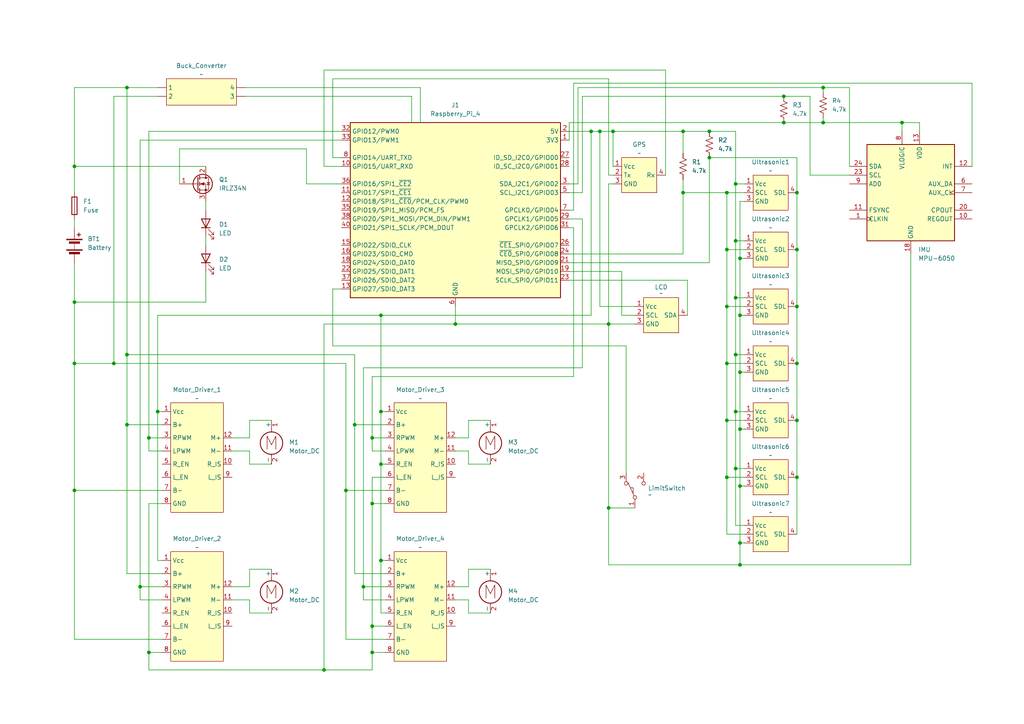
<source format=kicad_sch>
(kicad_sch
	(version 20231120)
	(generator "eeschema")
	(generator_version "8.0")
	(uuid "8d650bef-20d2-4446-89ff-47284d65b67c")
	(paper "A4")
	(lib_symbols
		(symbol "Connector:Raspberry_Pi_4"
			(exclude_from_sim no)
			(in_bom yes)
			(on_board yes)
			(property "Reference" "J"
				(at -17.526 48.768 0)
				(effects
					(font
						(size 1.27 1.27)
					)
					(justify left bottom)
				)
			)
			(property "Value" "Raspberry_Pi_4"
				(at 15.748 -26.416 0)
				(effects
					(font
						(size 1.27 1.27)
					)
					(justify left top)
				)
			)
			(property "Footprint" ""
				(at 70.104 -47.498 0)
				(effects
					(font
						(size 1.27 1.27)
					)
					(justify left)
					(hide yes)
				)
			)
			(property "Datasheet" "https://datasheets.raspberrypi.com/rpi4/raspberry-pi-4-datasheet.pdf"
				(at 15.748 -32.258 0)
				(effects
					(font
						(size 1.27 1.27)
					)
					(justify left)
					(hide yes)
				)
			)
			(property "Description" "Raspberry Pi 4 Model B"
				(at 15.748 -29.718 0)
				(effects
					(font
						(size 1.27 1.27)
					)
					(justify left)
					(hide yes)
				)
			)
			(property "ki_keywords" "SBC RPi"
				(at 0 0 0)
				(effects
					(font
						(size 1.27 1.27)
					)
					(hide yes)
				)
			)
			(property "ki_fp_filters" "PinHeader*2x20*P2.54mm*Vertical* PinSocket*2x20*P2.54mm*Vertical*"
				(at 0 0 0)
				(effects
					(font
						(size 1.27 1.27)
					)
					(hide yes)
				)
			)
			(symbol "Raspberry_Pi_4_0_1"
				(rectangle
					(start -30.48 25.4)
					(end 30.48 -25.4)
					(stroke
						(width 0.254)
						(type default)
					)
					(fill
						(type background)
					)
				)
			)
			(symbol "Raspberry_Pi_4_1_1"
				(pin power_out line
					(at 33.02 20.32 180)
					(length 2.54)
					(name "3V3"
						(effects
							(font
								(size 1.27 1.27)
							)
						)
					)
					(number "1"
						(effects
							(font
								(size 1.27 1.27)
							)
						)
					)
				)
				(pin bidirectional line
					(at -33.02 12.7 0)
					(length 2.54)
					(name "GPIO15/UART_RXD"
						(effects
							(font
								(size 1.27 1.27)
							)
						)
					)
					(number "10"
						(effects
							(font
								(size 1.27 1.27)
							)
						)
					)
				)
				(pin bidirectional line
					(at -33.02 5.08 0)
					(length 2.54)
					(name "GPIO17/SPI1_~{CE1}"
						(effects
							(font
								(size 1.27 1.27)
							)
						)
					)
					(number "11"
						(effects
							(font
								(size 1.27 1.27)
							)
						)
					)
				)
				(pin bidirectional line
					(at -33.02 2.54 0)
					(length 2.54)
					(name "GPIO18/SPI1_~{CE0}/PCM_CLK/PWM0"
						(effects
							(font
								(size 1.27 1.27)
							)
						)
					)
					(number "12"
						(effects
							(font
								(size 1.27 1.27)
							)
						)
					)
				)
				(pin bidirectional line
					(at -33.02 -22.86 0)
					(length 2.54)
					(name "GPIO27/SDIO_DAT3"
						(effects
							(font
								(size 1.27 1.27)
							)
						)
					)
					(number "13"
						(effects
							(font
								(size 1.27 1.27)
							)
						)
					)
				)
				(pin passive line
					(at 0 -27.94 90)
					(length 2.54) hide
					(name "GND"
						(effects
							(font
								(size 1.27 1.27)
							)
						)
					)
					(number "14"
						(effects
							(font
								(size 1.27 1.27)
							)
						)
					)
				)
				(pin bidirectional line
					(at -33.02 -10.16 0)
					(length 2.54)
					(name "GPIO22/SDIO_CLK"
						(effects
							(font
								(size 1.27 1.27)
							)
						)
					)
					(number "15"
						(effects
							(font
								(size 1.27 1.27)
							)
						)
					)
				)
				(pin bidirectional line
					(at -33.02 -12.7 0)
					(length 2.54)
					(name "GPIO23/SDIO_CMD"
						(effects
							(font
								(size 1.27 1.27)
							)
						)
					)
					(number "16"
						(effects
							(font
								(size 1.27 1.27)
							)
						)
					)
				)
				(pin passive line
					(at 33.02 20.32 180)
					(length 2.54) hide
					(name "3V3"
						(effects
							(font
								(size 1.27 1.27)
							)
						)
					)
					(number "17"
						(effects
							(font
								(size 1.27 1.27)
							)
						)
					)
				)
				(pin bidirectional line
					(at -33.02 -15.24 0)
					(length 2.54)
					(name "GPIO24/SDIO_DAT0"
						(effects
							(font
								(size 1.27 1.27)
							)
						)
					)
					(number "18"
						(effects
							(font
								(size 1.27 1.27)
							)
						)
					)
				)
				(pin bidirectional line
					(at 33.02 -17.78 180)
					(length 2.54)
					(name "MOSI_SPI0/GPIO10"
						(effects
							(font
								(size 1.27 1.27)
							)
						)
					)
					(number "19"
						(effects
							(font
								(size 1.27 1.27)
							)
						)
					)
				)
				(pin power_out line
					(at 33.02 22.86 180)
					(length 2.54)
					(name "5V"
						(effects
							(font
								(size 1.27 1.27)
							)
						)
					)
					(number "2"
						(effects
							(font
								(size 1.27 1.27)
							)
						)
					)
				)
				(pin passive line
					(at 0 -27.94 90)
					(length 2.54) hide
					(name "GND"
						(effects
							(font
								(size 1.27 1.27)
							)
						)
					)
					(number "20"
						(effects
							(font
								(size 1.27 1.27)
							)
						)
					)
				)
				(pin bidirectional line
					(at 33.02 -15.24 180)
					(length 2.54)
					(name "MISO_SPI0/GPIO09"
						(effects
							(font
								(size 1.27 1.27)
							)
						)
					)
					(number "21"
						(effects
							(font
								(size 1.27 1.27)
							)
						)
					)
				)
				(pin bidirectional line
					(at -33.02 -17.78 0)
					(length 2.54)
					(name "GPIO25/SDIO_DAT1"
						(effects
							(font
								(size 1.27 1.27)
							)
						)
					)
					(number "22"
						(effects
							(font
								(size 1.27 1.27)
							)
						)
					)
				)
				(pin bidirectional line
					(at 33.02 -20.32 180)
					(length 2.54)
					(name "SCLK_SPI0/GPIO11"
						(effects
							(font
								(size 1.27 1.27)
							)
						)
					)
					(number "23"
						(effects
							(font
								(size 1.27 1.27)
							)
						)
					)
				)
				(pin bidirectional line
					(at 33.02 -12.7 180)
					(length 2.54)
					(name "~{CE0}_SPI0/GPIO08"
						(effects
							(font
								(size 1.27 1.27)
							)
						)
					)
					(number "24"
						(effects
							(font
								(size 1.27 1.27)
							)
						)
					)
				)
				(pin passive line
					(at 0 -27.94 90)
					(length 2.54) hide
					(name "GND"
						(effects
							(font
								(size 1.27 1.27)
							)
						)
					)
					(number "25"
						(effects
							(font
								(size 1.27 1.27)
							)
						)
					)
				)
				(pin bidirectional line
					(at 33.02 -10.16 180)
					(length 2.54)
					(name "~{CE1}_SPI0/GPIO07"
						(effects
							(font
								(size 1.27 1.27)
							)
						)
					)
					(number "26"
						(effects
							(font
								(size 1.27 1.27)
							)
						)
					)
				)
				(pin bidirectional line
					(at 33.02 15.24 180)
					(length 2.54)
					(name "ID_SD_I2C0/GPIO00"
						(effects
							(font
								(size 1.27 1.27)
							)
						)
					)
					(number "27"
						(effects
							(font
								(size 1.27 1.27)
							)
						)
					)
				)
				(pin bidirectional line
					(at 33.02 12.7 180)
					(length 2.54)
					(name "ID_SC_I2C0/GPIO01"
						(effects
							(font
								(size 1.27 1.27)
							)
						)
					)
					(number "28"
						(effects
							(font
								(size 1.27 1.27)
							)
						)
					)
				)
				(pin bidirectional line
					(at 33.02 -2.54 180)
					(length 2.54)
					(name "GPCLK1/GPIO05"
						(effects
							(font
								(size 1.27 1.27)
							)
						)
					)
					(number "29"
						(effects
							(font
								(size 1.27 1.27)
							)
						)
					)
				)
				(pin bidirectional line
					(at 33.02 7.62 180)
					(length 2.54)
					(name "SDA_I2C1/GPIO02"
						(effects
							(font
								(size 1.27 1.27)
							)
						)
					)
					(number "3"
						(effects
							(font
								(size 1.27 1.27)
							)
						)
					)
				)
				(pin passive line
					(at 0 -27.94 90)
					(length 2.54) hide
					(name "GND"
						(effects
							(font
								(size 1.27 1.27)
							)
						)
					)
					(number "30"
						(effects
							(font
								(size 1.27 1.27)
							)
						)
					)
				)
				(pin bidirectional line
					(at 33.02 -5.08 180)
					(length 2.54)
					(name "GPCLK2/GPIO06"
						(effects
							(font
								(size 1.27 1.27)
							)
						)
					)
					(number "31"
						(effects
							(font
								(size 1.27 1.27)
							)
						)
					)
				)
				(pin bidirectional line
					(at -33.02 22.86 0)
					(length 2.54)
					(name "GPIO12/PWM0"
						(effects
							(font
								(size 1.27 1.27)
							)
						)
					)
					(number "32"
						(effects
							(font
								(size 1.27 1.27)
							)
						)
					)
				)
				(pin bidirectional line
					(at -33.02 20.32 0)
					(length 2.54)
					(name "GPIO13/PWM1"
						(effects
							(font
								(size 1.27 1.27)
							)
						)
					)
					(number "33"
						(effects
							(font
								(size 1.27 1.27)
							)
						)
					)
				)
				(pin passive line
					(at 0 -27.94 90)
					(length 2.54) hide
					(name "GND"
						(effects
							(font
								(size 1.27 1.27)
							)
						)
					)
					(number "34"
						(effects
							(font
								(size 1.27 1.27)
							)
						)
					)
				)
				(pin bidirectional line
					(at -33.02 0 0)
					(length 2.54)
					(name "GPIO19/SPI1_MISO/PCM_FS"
						(effects
							(font
								(size 1.27 1.27)
							)
						)
					)
					(number "35"
						(effects
							(font
								(size 1.27 1.27)
							)
						)
					)
				)
				(pin bidirectional line
					(at -33.02 7.62 0)
					(length 2.54)
					(name "GPIO16/SPI1_~{CE2}"
						(effects
							(font
								(size 1.27 1.27)
							)
						)
					)
					(number "36"
						(effects
							(font
								(size 1.27 1.27)
							)
						)
					)
				)
				(pin bidirectional line
					(at -33.02 -20.32 0)
					(length 2.54)
					(name "GPIO26/SDIO_DAT2"
						(effects
							(font
								(size 1.27 1.27)
							)
						)
					)
					(number "37"
						(effects
							(font
								(size 1.27 1.27)
							)
						)
					)
				)
				(pin bidirectional line
					(at -33.02 -2.54 0)
					(length 2.54)
					(name "GPIO20/SPI1_MOSI/PCM_DIN/PWM1"
						(effects
							(font
								(size 1.27 1.27)
							)
						)
					)
					(number "38"
						(effects
							(font
								(size 1.27 1.27)
							)
						)
					)
				)
				(pin passive line
					(at 0 -27.94 90)
					(length 2.54) hide
					(name "GND"
						(effects
							(font
								(size 1.27 1.27)
							)
						)
					)
					(number "39"
						(effects
							(font
								(size 1.27 1.27)
							)
						)
					)
				)
				(pin passive line
					(at 33.02 22.86 180)
					(length 2.54) hide
					(name "5V"
						(effects
							(font
								(size 1.27 1.27)
							)
						)
					)
					(number "4"
						(effects
							(font
								(size 1.27 1.27)
							)
						)
					)
				)
				(pin bidirectional line
					(at -33.02 -5.08 0)
					(length 2.54)
					(name "GPIO21/SPI1_SCLK/PCM_DOUT"
						(effects
							(font
								(size 1.27 1.27)
							)
						)
					)
					(number "40"
						(effects
							(font
								(size 1.27 1.27)
							)
						)
					)
				)
				(pin bidirectional line
					(at 33.02 5.08 180)
					(length 2.54)
					(name "SCL_I2C1/GPIO03"
						(effects
							(font
								(size 1.27 1.27)
							)
						)
					)
					(number "5"
						(effects
							(font
								(size 1.27 1.27)
							)
						)
					)
				)
				(pin power_out line
					(at 0 -27.94 90)
					(length 2.54)
					(name "GND"
						(effects
							(font
								(size 1.27 1.27)
							)
						)
					)
					(number "6"
						(effects
							(font
								(size 1.27 1.27)
							)
						)
					)
				)
				(pin bidirectional line
					(at 33.02 0 180)
					(length 2.54)
					(name "GPCLK0/GPIO04"
						(effects
							(font
								(size 1.27 1.27)
							)
						)
					)
					(number "7"
						(effects
							(font
								(size 1.27 1.27)
							)
						)
					)
				)
				(pin bidirectional line
					(at -33.02 15.24 0)
					(length 2.54)
					(name "GPIO14/UART_TXD"
						(effects
							(font
								(size 1.27 1.27)
							)
						)
					)
					(number "8"
						(effects
							(font
								(size 1.27 1.27)
							)
						)
					)
				)
				(pin passive line
					(at 0 -27.94 90)
					(length 2.54) hide
					(name "GND"
						(effects
							(font
								(size 1.27 1.27)
							)
						)
					)
					(number "9"
						(effects
							(font
								(size 1.27 1.27)
							)
						)
					)
				)
			)
		)
		(symbol "Custom_Symbols:12V_Motor_Controller"
			(exclude_from_sim no)
			(in_bom yes)
			(on_board yes)
			(property "Reference" "U"
				(at 0 0 0)
				(effects
					(font
						(size 1.27 1.27)
					)
				)
			)
			(property "Value" ""
				(at 0 0 0)
				(effects
					(font
						(size 1.27 1.27)
					)
				)
			)
			(property "Footprint" ""
				(at 0 0 0)
				(effects
					(font
						(size 1.27 1.27)
					)
					(hide yes)
				)
			)
			(property "Datasheet" ""
				(at 0 0 0)
				(effects
					(font
						(size 1.27 1.27)
					)
					(hide yes)
				)
			)
			(property "Description" ""
				(at 0 0 0)
				(effects
					(font
						(size 1.27 1.27)
					)
					(hide yes)
				)
			)
			(symbol "12V_Motor_Controller_1_1"
				(rectangle
					(start -7.62 -2.54)
					(end 7.62 -34.29)
					(stroke
						(width 0)
						(type default)
					)
					(fill
						(type background)
					)
				)
				(pin power_in line
					(at -10.16 -5.08 0)
					(length 2.54)
					(name "Vcc"
						(effects
							(font
								(size 1.27 1.27)
							)
						)
					)
					(number "1"
						(effects
							(font
								(size 1.27 1.27)
							)
						)
					)
				)
				(pin output line
					(at 10.16 -20.32 180)
					(length 2.54)
					(name "R_IS"
						(effects
							(font
								(size 1.27 1.27)
							)
						)
					)
					(number "10"
						(effects
							(font
								(size 1.27 1.27)
							)
						)
					)
				)
				(pin power_out line
					(at 10.16 -16.51 180)
					(length 2.54)
					(name "M-"
						(effects
							(font
								(size 1.27 1.27)
							)
						)
					)
					(number "11"
						(effects
							(font
								(size 1.27 1.27)
							)
						)
					)
				)
				(pin power_out line
					(at 10.16 -12.7 180)
					(length 2.54)
					(name "M+"
						(effects
							(font
								(size 1.27 1.27)
							)
						)
					)
					(number "12"
						(effects
							(font
								(size 1.27 1.27)
							)
						)
					)
				)
				(pin power_in line
					(at -10.16 -8.89 0)
					(length 2.54)
					(name "B+"
						(effects
							(font
								(size 1.27 1.27)
							)
						)
					)
					(number "2"
						(effects
							(font
								(size 1.27 1.27)
							)
						)
					)
				)
				(pin input line
					(at -10.16 -12.7 0)
					(length 2.54)
					(name "RPWM"
						(effects
							(font
								(size 1.27 1.27)
							)
						)
					)
					(number "3"
						(effects
							(font
								(size 1.27 1.27)
							)
						)
					)
				)
				(pin input line
					(at -10.16 -16.51 0)
					(length 2.54)
					(name "LPWM"
						(effects
							(font
								(size 1.27 1.27)
							)
						)
					)
					(number "4"
						(effects
							(font
								(size 1.27 1.27)
							)
						)
					)
				)
				(pin input line
					(at -10.16 -20.32 0)
					(length 2.54)
					(name "R_EN"
						(effects
							(font
								(size 1.27 1.27)
							)
						)
					)
					(number "5"
						(effects
							(font
								(size 1.27 1.27)
							)
						)
					)
				)
				(pin input line
					(at -10.16 -24.13 0)
					(length 2.54)
					(name "L_EN"
						(effects
							(font
								(size 1.27 1.27)
							)
						)
					)
					(number "6"
						(effects
							(font
								(size 1.27 1.27)
							)
						)
					)
				)
				(pin power_in line
					(at -10.16 -27.94 0)
					(length 2.54)
					(name "B-"
						(effects
							(font
								(size 1.27 1.27)
							)
						)
					)
					(number "7"
						(effects
							(font
								(size 1.27 1.27)
							)
						)
					)
				)
				(pin power_in line
					(at -10.16 -31.75 0)
					(length 2.54)
					(name "GND"
						(effects
							(font
								(size 1.27 1.27)
							)
						)
					)
					(number "8"
						(effects
							(font
								(size 1.27 1.27)
							)
						)
					)
				)
				(pin output line
					(at 10.16 -24.13 180)
					(length 2.54)
					(name "L_IS"
						(effects
							(font
								(size 1.27 1.27)
							)
						)
					)
					(number "9"
						(effects
							(font
								(size 1.27 1.27)
							)
						)
					)
				)
			)
		)
		(symbol "Custom_Symbols:Buck_Converter_12V_to_5V"
			(exclude_from_sim no)
			(in_bom yes)
			(on_board yes)
			(property "Reference" "U"
				(at 0 0 0)
				(effects
					(font
						(size 1.27 1.27)
					)
				)
			)
			(property "Value" ""
				(at 0 0 0)
				(effects
					(font
						(size 1.27 1.27)
					)
				)
			)
			(property "Footprint" ""
				(at 0 0 0)
				(effects
					(font
						(size 1.27 1.27)
					)
					(hide yes)
				)
			)
			(property "Datasheet" ""
				(at 0 0 0)
				(effects
					(font
						(size 1.27 1.27)
					)
					(hide yes)
				)
			)
			(property "Description" ""
				(at 0 0 0)
				(effects
					(font
						(size 1.27 1.27)
					)
					(hide yes)
				)
			)
			(symbol "Buck_Converter_12V_to_5V_1_1"
				(rectangle
					(start -10.16 -2.54)
					(end 10.16 -10.16)
					(stroke
						(width 0)
						(type default)
					)
					(fill
						(type background)
					)
				)
				(pin power_in line
					(at -12.7 -5.08 0)
					(length 2.54)
					(name "1"
						(effects
							(font
								(size 1.27 1.27)
							)
						)
					)
					(number ""
						(effects
							(font
								(size 1.27 1.27)
							)
						)
					)
				)
				(pin power_in line
					(at -12.7 -7.62 0)
					(length 2.54)
					(name "2"
						(effects
							(font
								(size 1.27 1.27)
							)
						)
					)
					(number ""
						(effects
							(font
								(size 1.27 1.27)
							)
						)
					)
				)
				(pin power_out line
					(at 12.7 -7.62 180)
					(length 2.54)
					(name "3"
						(effects
							(font
								(size 1.27 1.27)
							)
						)
					)
					(number ""
						(effects
							(font
								(size 1.27 1.27)
							)
						)
					)
				)
				(pin power_out line
					(at 12.7 -5.08 180)
					(length 2.54)
					(name "4"
						(effects
							(font
								(size 1.27 1.27)
							)
						)
					)
					(number ""
						(effects
							(font
								(size 1.27 1.27)
							)
						)
					)
				)
			)
		)
		(symbol "Custom_Symbols:I2C_LCD_Screen"
			(exclude_from_sim no)
			(in_bom yes)
			(on_board yes)
			(property "Reference" "U"
				(at 0 0 0)
				(effects
					(font
						(size 1.27 1.27)
					)
				)
			)
			(property "Value" ""
				(at 0 0 0)
				(effects
					(font
						(size 1.27 1.27)
					)
				)
			)
			(property "Footprint" ""
				(at 0 0 0)
				(effects
					(font
						(size 1.27 1.27)
					)
					(hide yes)
				)
			)
			(property "Datasheet" ""
				(at 0 0 0)
				(effects
					(font
						(size 1.27 1.27)
					)
					(hide yes)
				)
			)
			(property "Description" ""
				(at 0 0 0)
				(effects
					(font
						(size 1.27 1.27)
					)
					(hide yes)
				)
			)
			(symbol "I2C_LCD_Screen_1_1"
				(rectangle
					(start -5.08 -1.27)
					(end 5.08 -11.43)
					(stroke
						(width 0)
						(type default)
					)
					(fill
						(type background)
					)
				)
				(pin power_in line
					(at -7.62 -3.81 0)
					(length 2.54)
					(name "Vcc"
						(effects
							(font
								(size 1.27 1.27)
							)
						)
					)
					(number "1"
						(effects
							(font
								(size 1.27 1.27)
							)
						)
					)
				)
				(pin input line
					(at -7.62 -6.35 0)
					(length 2.54)
					(name "SCL"
						(effects
							(font
								(size 1.27 1.27)
							)
						)
					)
					(number "2"
						(effects
							(font
								(size 1.27 1.27)
							)
						)
					)
				)
				(pin power_out line
					(at -7.62 -8.89 0)
					(length 2.54)
					(name "GND"
						(effects
							(font
								(size 1.27 1.27)
							)
						)
					)
					(number "3"
						(effects
							(font
								(size 1.27 1.27)
							)
						)
					)
				)
				(pin output line
					(at 7.62 -6.35 180)
					(length 2.54)
					(name "SDA"
						(effects
							(font
								(size 1.27 1.27)
							)
						)
					)
					(number "4"
						(effects
							(font
								(size 1.27 1.27)
							)
						)
					)
				)
			)
		)
		(symbol "Custom_Symbols:I2C_Ultrasonic_Sensor"
			(exclude_from_sim no)
			(in_bom yes)
			(on_board yes)
			(property "Reference" "U"
				(at 0 0 0)
				(effects
					(font
						(size 1.27 1.27)
					)
				)
			)
			(property "Value" ""
				(at 0 0 0)
				(effects
					(font
						(size 1.27 1.27)
					)
				)
			)
			(property "Footprint" ""
				(at 0 0 0)
				(effects
					(font
						(size 1.27 1.27)
					)
					(hide yes)
				)
			)
			(property "Datasheet" ""
				(at 0 0 0)
				(effects
					(font
						(size 1.27 1.27)
					)
					(hide yes)
				)
			)
			(property "Description" ""
				(at 0 0 0)
				(effects
					(font
						(size 1.27 1.27)
					)
					(hide yes)
				)
			)
			(symbol "I2C_Ultrasonic_Sensor_1_1"
				(rectangle
					(start -5.08 -1.27)
					(end 5.08 -11.43)
					(stroke
						(width 0)
						(type default)
					)
					(fill
						(type background)
					)
				)
				(pin power_in line
					(at -7.62 -3.81 0)
					(length 2.54)
					(name "Vcc"
						(effects
							(font
								(size 1.27 1.27)
							)
						)
					)
					(number "1"
						(effects
							(font
								(size 1.27 1.27)
							)
						)
					)
				)
				(pin input line
					(at -7.62 -6.35 0)
					(length 2.54)
					(name "SCL"
						(effects
							(font
								(size 1.27 1.27)
							)
						)
					)
					(number "2"
						(effects
							(font
								(size 1.27 1.27)
							)
						)
					)
				)
				(pin power_in line
					(at -7.62 -8.89 0)
					(length 2.54)
					(name "GND"
						(effects
							(font
								(size 1.27 1.27)
							)
						)
					)
					(number "3"
						(effects
							(font
								(size 1.27 1.27)
							)
						)
					)
				)
				(pin output line
					(at 7.62 -6.35 180)
					(length 2.54)
					(name "SDL"
						(effects
							(font
								(size 1.27 1.27)
							)
						)
					)
					(number "4"
						(effects
							(font
								(size 1.27 1.27)
							)
						)
					)
				)
			)
		)
		(symbol "Custom_Symbols:NEO_6M_GPS"
			(exclude_from_sim no)
			(in_bom yes)
			(on_board yes)
			(property "Reference" "U"
				(at 0 0 0)
				(effects
					(font
						(size 1.27 1.27)
					)
				)
			)
			(property "Value" ""
				(at 0 0 0)
				(effects
					(font
						(size 1.27 1.27)
					)
				)
			)
			(property "Footprint" ""
				(at 0 0 0)
				(effects
					(font
						(size 1.27 1.27)
					)
					(hide yes)
				)
			)
			(property "Datasheet" ""
				(at 0 0 0)
				(effects
					(font
						(size 1.27 1.27)
					)
					(hide yes)
				)
			)
			(property "Description" ""
				(at 0 0 0)
				(effects
					(font
						(size 1.27 1.27)
					)
					(hide yes)
				)
			)
			(symbol "NEO_6M_GPS_1_1"
				(rectangle
					(start -5.08 -2.54)
					(end 5.08 -12.7)
					(stroke
						(width 0)
						(type default)
					)
					(fill
						(type background)
					)
				)
				(pin power_in line
					(at -7.62 -5.08 0)
					(length 2.54)
					(name "Vcc"
						(effects
							(font
								(size 1.27 1.27)
							)
						)
					)
					(number "1"
						(effects
							(font
								(size 1.27 1.27)
							)
						)
					)
				)
				(pin input line
					(at -7.62 -7.62 0)
					(length 2.54)
					(name "Tx"
						(effects
							(font
								(size 1.27 1.27)
							)
						)
					)
					(number "2"
						(effects
							(font
								(size 1.27 1.27)
							)
						)
					)
				)
				(pin power_in line
					(at -7.62 -10.16 0)
					(length 2.54)
					(name "GND"
						(effects
							(font
								(size 1.27 1.27)
							)
						)
					)
					(number "3"
						(effects
							(font
								(size 1.27 1.27)
							)
						)
					)
				)
				(pin output line
					(at 7.62 -7.62 180)
					(length 2.54)
					(name "Rx"
						(effects
							(font
								(size 1.27 1.27)
							)
						)
					)
					(number "4"
						(effects
							(font
								(size 1.27 1.27)
							)
						)
					)
				)
			)
		)
		(symbol "Device:Battery"
			(pin_numbers hide)
			(pin_names
				(offset 0) hide)
			(exclude_from_sim no)
			(in_bom yes)
			(on_board yes)
			(property "Reference" "BT"
				(at 2.54 2.54 0)
				(effects
					(font
						(size 1.27 1.27)
					)
					(justify left)
				)
			)
			(property "Value" "Battery"
				(at 2.54 0 0)
				(effects
					(font
						(size 1.27 1.27)
					)
					(justify left)
				)
			)
			(property "Footprint" ""
				(at 0 1.524 90)
				(effects
					(font
						(size 1.27 1.27)
					)
					(hide yes)
				)
			)
			(property "Datasheet" "~"
				(at 0 1.524 90)
				(effects
					(font
						(size 1.27 1.27)
					)
					(hide yes)
				)
			)
			(property "Description" "Multiple-cell battery"
				(at 0 0 0)
				(effects
					(font
						(size 1.27 1.27)
					)
					(hide yes)
				)
			)
			(property "ki_keywords" "batt voltage-source cell"
				(at 0 0 0)
				(effects
					(font
						(size 1.27 1.27)
					)
					(hide yes)
				)
			)
			(symbol "Battery_0_1"
				(rectangle
					(start -2.286 -1.27)
					(end 2.286 -1.524)
					(stroke
						(width 0)
						(type default)
					)
					(fill
						(type outline)
					)
				)
				(rectangle
					(start -2.286 1.778)
					(end 2.286 1.524)
					(stroke
						(width 0)
						(type default)
					)
					(fill
						(type outline)
					)
				)
				(rectangle
					(start -1.524 -2.032)
					(end 1.524 -2.54)
					(stroke
						(width 0)
						(type default)
					)
					(fill
						(type outline)
					)
				)
				(rectangle
					(start -1.524 1.016)
					(end 1.524 0.508)
					(stroke
						(width 0)
						(type default)
					)
					(fill
						(type outline)
					)
				)
				(polyline
					(pts
						(xy 0 -1.016) (xy 0 -0.762)
					)
					(stroke
						(width 0)
						(type default)
					)
					(fill
						(type none)
					)
				)
				(polyline
					(pts
						(xy 0 -0.508) (xy 0 -0.254)
					)
					(stroke
						(width 0)
						(type default)
					)
					(fill
						(type none)
					)
				)
				(polyline
					(pts
						(xy 0 0) (xy 0 0.254)
					)
					(stroke
						(width 0)
						(type default)
					)
					(fill
						(type none)
					)
				)
				(polyline
					(pts
						(xy 0 1.778) (xy 0 2.54)
					)
					(stroke
						(width 0)
						(type default)
					)
					(fill
						(type none)
					)
				)
				(polyline
					(pts
						(xy 0.762 3.048) (xy 1.778 3.048)
					)
					(stroke
						(width 0.254)
						(type default)
					)
					(fill
						(type none)
					)
				)
				(polyline
					(pts
						(xy 1.27 3.556) (xy 1.27 2.54)
					)
					(stroke
						(width 0.254)
						(type default)
					)
					(fill
						(type none)
					)
				)
			)
			(symbol "Battery_1_1"
				(pin passive line
					(at 0 5.08 270)
					(length 2.54)
					(name "+"
						(effects
							(font
								(size 1.27 1.27)
							)
						)
					)
					(number "1"
						(effects
							(font
								(size 1.27 1.27)
							)
						)
					)
				)
				(pin passive line
					(at 0 -5.08 90)
					(length 2.54)
					(name "-"
						(effects
							(font
								(size 1.27 1.27)
							)
						)
					)
					(number "2"
						(effects
							(font
								(size 1.27 1.27)
							)
						)
					)
				)
			)
		)
		(symbol "Device:Fuse"
			(pin_numbers hide)
			(pin_names
				(offset 0)
			)
			(exclude_from_sim no)
			(in_bom yes)
			(on_board yes)
			(property "Reference" "F"
				(at 2.032 0 90)
				(effects
					(font
						(size 1.27 1.27)
					)
				)
			)
			(property "Value" "Fuse"
				(at -1.905 0 90)
				(effects
					(font
						(size 1.27 1.27)
					)
				)
			)
			(property "Footprint" ""
				(at -1.778 0 90)
				(effects
					(font
						(size 1.27 1.27)
					)
					(hide yes)
				)
			)
			(property "Datasheet" "~"
				(at 0 0 0)
				(effects
					(font
						(size 1.27 1.27)
					)
					(hide yes)
				)
			)
			(property "Description" "Fuse"
				(at 0 0 0)
				(effects
					(font
						(size 1.27 1.27)
					)
					(hide yes)
				)
			)
			(property "ki_keywords" "fuse"
				(at 0 0 0)
				(effects
					(font
						(size 1.27 1.27)
					)
					(hide yes)
				)
			)
			(property "ki_fp_filters" "*Fuse*"
				(at 0 0 0)
				(effects
					(font
						(size 1.27 1.27)
					)
					(hide yes)
				)
			)
			(symbol "Fuse_0_1"
				(rectangle
					(start -0.762 -2.54)
					(end 0.762 2.54)
					(stroke
						(width 0.254)
						(type default)
					)
					(fill
						(type none)
					)
				)
				(polyline
					(pts
						(xy 0 2.54) (xy 0 -2.54)
					)
					(stroke
						(width 0)
						(type default)
					)
					(fill
						(type none)
					)
				)
			)
			(symbol "Fuse_1_1"
				(pin passive line
					(at 0 3.81 270)
					(length 1.27)
					(name "~"
						(effects
							(font
								(size 1.27 1.27)
							)
						)
					)
					(number "1"
						(effects
							(font
								(size 1.27 1.27)
							)
						)
					)
				)
				(pin passive line
					(at 0 -3.81 90)
					(length 1.27)
					(name "~"
						(effects
							(font
								(size 1.27 1.27)
							)
						)
					)
					(number "2"
						(effects
							(font
								(size 1.27 1.27)
							)
						)
					)
				)
			)
		)
		(symbol "Device:LED"
			(pin_numbers hide)
			(pin_names
				(offset 1.016) hide)
			(exclude_from_sim no)
			(in_bom yes)
			(on_board yes)
			(property "Reference" "D"
				(at 0 2.54 0)
				(effects
					(font
						(size 1.27 1.27)
					)
				)
			)
			(property "Value" "LED"
				(at 0 -2.54 0)
				(effects
					(font
						(size 1.27 1.27)
					)
				)
			)
			(property "Footprint" ""
				(at 0 0 0)
				(effects
					(font
						(size 1.27 1.27)
					)
					(hide yes)
				)
			)
			(property "Datasheet" "~"
				(at 0 0 0)
				(effects
					(font
						(size 1.27 1.27)
					)
					(hide yes)
				)
			)
			(property "Description" "Light emitting diode"
				(at 0 0 0)
				(effects
					(font
						(size 1.27 1.27)
					)
					(hide yes)
				)
			)
			(property "ki_keywords" "LED diode"
				(at 0 0 0)
				(effects
					(font
						(size 1.27 1.27)
					)
					(hide yes)
				)
			)
			(property "ki_fp_filters" "LED* LED_SMD:* LED_THT:*"
				(at 0 0 0)
				(effects
					(font
						(size 1.27 1.27)
					)
					(hide yes)
				)
			)
			(symbol "LED_0_1"
				(polyline
					(pts
						(xy -1.27 -1.27) (xy -1.27 1.27)
					)
					(stroke
						(width 0.254)
						(type default)
					)
					(fill
						(type none)
					)
				)
				(polyline
					(pts
						(xy -1.27 0) (xy 1.27 0)
					)
					(stroke
						(width 0)
						(type default)
					)
					(fill
						(type none)
					)
				)
				(polyline
					(pts
						(xy 1.27 -1.27) (xy 1.27 1.27) (xy -1.27 0) (xy 1.27 -1.27)
					)
					(stroke
						(width 0.254)
						(type default)
					)
					(fill
						(type none)
					)
				)
				(polyline
					(pts
						(xy -3.048 -0.762) (xy -4.572 -2.286) (xy -3.81 -2.286) (xy -4.572 -2.286) (xy -4.572 -1.524)
					)
					(stroke
						(width 0)
						(type default)
					)
					(fill
						(type none)
					)
				)
				(polyline
					(pts
						(xy -1.778 -0.762) (xy -3.302 -2.286) (xy -2.54 -2.286) (xy -3.302 -2.286) (xy -3.302 -1.524)
					)
					(stroke
						(width 0)
						(type default)
					)
					(fill
						(type none)
					)
				)
			)
			(symbol "LED_1_1"
				(pin passive line
					(at -3.81 0 0)
					(length 2.54)
					(name "K"
						(effects
							(font
								(size 1.27 1.27)
							)
						)
					)
					(number "1"
						(effects
							(font
								(size 1.27 1.27)
							)
						)
					)
				)
				(pin passive line
					(at 3.81 0 180)
					(length 2.54)
					(name "A"
						(effects
							(font
								(size 1.27 1.27)
							)
						)
					)
					(number "2"
						(effects
							(font
								(size 1.27 1.27)
							)
						)
					)
				)
			)
		)
		(symbol "Device:R_US"
			(pin_numbers hide)
			(pin_names
				(offset 0)
			)
			(exclude_from_sim no)
			(in_bom yes)
			(on_board yes)
			(property "Reference" "R"
				(at 2.54 0 90)
				(effects
					(font
						(size 1.27 1.27)
					)
				)
			)
			(property "Value" "R_US"
				(at -2.54 0 90)
				(effects
					(font
						(size 1.27 1.27)
					)
				)
			)
			(property "Footprint" ""
				(at 1.016 -0.254 90)
				(effects
					(font
						(size 1.27 1.27)
					)
					(hide yes)
				)
			)
			(property "Datasheet" "~"
				(at 0 0 0)
				(effects
					(font
						(size 1.27 1.27)
					)
					(hide yes)
				)
			)
			(property "Description" "Resistor, US symbol"
				(at 0 0 0)
				(effects
					(font
						(size 1.27 1.27)
					)
					(hide yes)
				)
			)
			(property "ki_keywords" "R res resistor"
				(at 0 0 0)
				(effects
					(font
						(size 1.27 1.27)
					)
					(hide yes)
				)
			)
			(property "ki_fp_filters" "R_*"
				(at 0 0 0)
				(effects
					(font
						(size 1.27 1.27)
					)
					(hide yes)
				)
			)
			(symbol "R_US_0_1"
				(polyline
					(pts
						(xy 0 -2.286) (xy 0 -2.54)
					)
					(stroke
						(width 0)
						(type default)
					)
					(fill
						(type none)
					)
				)
				(polyline
					(pts
						(xy 0 2.286) (xy 0 2.54)
					)
					(stroke
						(width 0)
						(type default)
					)
					(fill
						(type none)
					)
				)
				(polyline
					(pts
						(xy 0 -0.762) (xy 1.016 -1.143) (xy 0 -1.524) (xy -1.016 -1.905) (xy 0 -2.286)
					)
					(stroke
						(width 0)
						(type default)
					)
					(fill
						(type none)
					)
				)
				(polyline
					(pts
						(xy 0 0.762) (xy 1.016 0.381) (xy 0 0) (xy -1.016 -0.381) (xy 0 -0.762)
					)
					(stroke
						(width 0)
						(type default)
					)
					(fill
						(type none)
					)
				)
				(polyline
					(pts
						(xy 0 2.286) (xy 1.016 1.905) (xy 0 1.524) (xy -1.016 1.143) (xy 0 0.762)
					)
					(stroke
						(width 0)
						(type default)
					)
					(fill
						(type none)
					)
				)
			)
			(symbol "R_US_1_1"
				(pin passive line
					(at 0 3.81 270)
					(length 1.27)
					(name "~"
						(effects
							(font
								(size 1.27 1.27)
							)
						)
					)
					(number "1"
						(effects
							(font
								(size 1.27 1.27)
							)
						)
					)
				)
				(pin passive line
					(at 0 -3.81 90)
					(length 1.27)
					(name "~"
						(effects
							(font
								(size 1.27 1.27)
							)
						)
					)
					(number "2"
						(effects
							(font
								(size 1.27 1.27)
							)
						)
					)
				)
			)
		)
		(symbol "Motor:Motor_DC"
			(pin_names
				(offset 0)
			)
			(exclude_from_sim no)
			(in_bom yes)
			(on_board yes)
			(property "Reference" "M"
				(at 2.54 2.54 0)
				(effects
					(font
						(size 1.27 1.27)
					)
					(justify left)
				)
			)
			(property "Value" "Motor_DC"
				(at 2.54 -5.08 0)
				(effects
					(font
						(size 1.27 1.27)
					)
					(justify left top)
				)
			)
			(property "Footprint" ""
				(at 0 -2.286 0)
				(effects
					(font
						(size 1.27 1.27)
					)
					(hide yes)
				)
			)
			(property "Datasheet" "~"
				(at 0 -2.286 0)
				(effects
					(font
						(size 1.27 1.27)
					)
					(hide yes)
				)
			)
			(property "Description" "DC Motor"
				(at 0 0 0)
				(effects
					(font
						(size 1.27 1.27)
					)
					(hide yes)
				)
			)
			(property "ki_keywords" "DC Motor"
				(at 0 0 0)
				(effects
					(font
						(size 1.27 1.27)
					)
					(hide yes)
				)
			)
			(property "ki_fp_filters" "PinHeader*P2.54mm* TerminalBlock*"
				(at 0 0 0)
				(effects
					(font
						(size 1.27 1.27)
					)
					(hide yes)
				)
			)
			(symbol "Motor_DC_0_0"
				(polyline
					(pts
						(xy -1.27 -3.302) (xy -1.27 0.508) (xy 0 -2.032) (xy 1.27 0.508) (xy 1.27 -3.302)
					)
					(stroke
						(width 0)
						(type default)
					)
					(fill
						(type none)
					)
				)
			)
			(symbol "Motor_DC_0_1"
				(circle
					(center 0 -1.524)
					(radius 3.2512)
					(stroke
						(width 0.254)
						(type default)
					)
					(fill
						(type none)
					)
				)
				(polyline
					(pts
						(xy 0 -7.62) (xy 0 -7.112)
					)
					(stroke
						(width 0)
						(type default)
					)
					(fill
						(type none)
					)
				)
				(polyline
					(pts
						(xy 0 -4.7752) (xy 0 -5.1816)
					)
					(stroke
						(width 0)
						(type default)
					)
					(fill
						(type none)
					)
				)
				(polyline
					(pts
						(xy 0 1.7272) (xy 0 2.0828)
					)
					(stroke
						(width 0)
						(type default)
					)
					(fill
						(type none)
					)
				)
				(polyline
					(pts
						(xy 0 2.032) (xy 0 2.54)
					)
					(stroke
						(width 0)
						(type default)
					)
					(fill
						(type none)
					)
				)
			)
			(symbol "Motor_DC_1_1"
				(pin passive line
					(at 0 5.08 270)
					(length 2.54)
					(name "+"
						(effects
							(font
								(size 1.27 1.27)
							)
						)
					)
					(number "1"
						(effects
							(font
								(size 1.27 1.27)
							)
						)
					)
				)
				(pin passive line
					(at 0 -7.62 90)
					(length 2.54)
					(name "-"
						(effects
							(font
								(size 1.27 1.27)
							)
						)
					)
					(number "2"
						(effects
							(font
								(size 1.27 1.27)
							)
						)
					)
				)
			)
		)
		(symbol "Sensor_Motion:MPU-6050"
			(exclude_from_sim no)
			(in_bom yes)
			(on_board yes)
			(property "Reference" "U"
				(at -11.43 13.97 0)
				(effects
					(font
						(size 1.27 1.27)
					)
				)
			)
			(property "Value" "MPU-6050"
				(at 7.62 -15.24 0)
				(effects
					(font
						(size 1.27 1.27)
					)
				)
			)
			(property "Footprint" "Sensor_Motion:InvenSense_QFN-24_4x4mm_P0.5mm"
				(at 0 -20.32 0)
				(effects
					(font
						(size 1.27 1.27)
					)
					(hide yes)
				)
			)
			(property "Datasheet" "https://invensense.tdk.com/wp-content/uploads/2015/02/MPU-6000-Datasheet1.pdf"
				(at 0 -3.81 0)
				(effects
					(font
						(size 1.27 1.27)
					)
					(hide yes)
				)
			)
			(property "Description" "InvenSense 6-Axis Motion Sensor, Gyroscope, Accelerometer, I2C"
				(at 0 0 0)
				(effects
					(font
						(size 1.27 1.27)
					)
					(hide yes)
				)
			)
			(property "ki_keywords" "mems"
				(at 0 0 0)
				(effects
					(font
						(size 1.27 1.27)
					)
					(hide yes)
				)
			)
			(property "ki_fp_filters" "*QFN*4x4mm*P0.5mm*"
				(at 0 0 0)
				(effects
					(font
						(size 1.27 1.27)
					)
					(hide yes)
				)
			)
			(symbol "MPU-6050_0_0"
				(text ""
					(at 12.7 -2.54 0)
					(effects
						(font
							(size 1.27 1.27)
						)
					)
				)
			)
			(symbol "MPU-6050_0_1"
				(rectangle
					(start -12.7 13.97)
					(end 12.7 -13.97)
					(stroke
						(width 0.254)
						(type default)
					)
					(fill
						(type background)
					)
				)
			)
			(symbol "MPU-6050_1_1"
				(pin input clock
					(at -17.78 -7.62 0)
					(length 5.08)
					(name "CLKIN"
						(effects
							(font
								(size 1.27 1.27)
							)
						)
					)
					(number "1"
						(effects
							(font
								(size 1.27 1.27)
							)
						)
					)
				)
				(pin passive line
					(at 17.78 -7.62 180)
					(length 5.08)
					(name "REGOUT"
						(effects
							(font
								(size 1.27 1.27)
							)
						)
					)
					(number "10"
						(effects
							(font
								(size 1.27 1.27)
							)
						)
					)
				)
				(pin input line
					(at -17.78 -5.08 0)
					(length 5.08)
					(name "FSYNC"
						(effects
							(font
								(size 1.27 1.27)
							)
						)
					)
					(number "11"
						(effects
							(font
								(size 1.27 1.27)
							)
						)
					)
				)
				(pin output line
					(at 17.78 7.62 180)
					(length 5.08)
					(name "INT"
						(effects
							(font
								(size 1.27 1.27)
							)
						)
					)
					(number "12"
						(effects
							(font
								(size 1.27 1.27)
							)
						)
					)
				)
				(pin power_in line
					(at 2.54 17.78 270)
					(length 3.81)
					(name "VDD"
						(effects
							(font
								(size 1.27 1.27)
							)
						)
					)
					(number "13"
						(effects
							(font
								(size 1.27 1.27)
							)
						)
					)
				)
				(pin no_connect line
					(at -12.7 -10.16 0)
					(length 2.54) hide
					(name "NC"
						(effects
							(font
								(size 1.27 1.27)
							)
						)
					)
					(number "14"
						(effects
							(font
								(size 1.27 1.27)
							)
						)
					)
				)
				(pin no_connect line
					(at 12.7 12.7 180)
					(length 2.54) hide
					(name "NC"
						(effects
							(font
								(size 1.27 1.27)
							)
						)
					)
					(number "15"
						(effects
							(font
								(size 1.27 1.27)
							)
						)
					)
				)
				(pin no_connect line
					(at 12.7 10.16 180)
					(length 2.54) hide
					(name "NC"
						(effects
							(font
								(size 1.27 1.27)
							)
						)
					)
					(number "16"
						(effects
							(font
								(size 1.27 1.27)
							)
						)
					)
				)
				(pin no_connect line
					(at 12.7 5.08 180)
					(length 2.54) hide
					(name "NC"
						(effects
							(font
								(size 1.27 1.27)
							)
						)
					)
					(number "17"
						(effects
							(font
								(size 1.27 1.27)
							)
						)
					)
				)
				(pin power_in line
					(at 0 -17.78 90)
					(length 3.81)
					(name "GND"
						(effects
							(font
								(size 1.27 1.27)
							)
						)
					)
					(number "18"
						(effects
							(font
								(size 1.27 1.27)
							)
						)
					)
				)
				(pin no_connect line
					(at 12.7 -10.16 180)
					(length 2.54) hide
					(name "RESV"
						(effects
							(font
								(size 1.27 1.27)
							)
						)
					)
					(number "19"
						(effects
							(font
								(size 1.27 1.27)
							)
						)
					)
				)
				(pin no_connect line
					(at -12.7 12.7 0)
					(length 2.54) hide
					(name "NC"
						(effects
							(font
								(size 1.27 1.27)
							)
						)
					)
					(number "2"
						(effects
							(font
								(size 1.27 1.27)
							)
						)
					)
				)
				(pin passive line
					(at 17.78 -5.08 180)
					(length 5.08)
					(name "CPOUT"
						(effects
							(font
								(size 1.27 1.27)
							)
						)
					)
					(number "20"
						(effects
							(font
								(size 1.27 1.27)
							)
						)
					)
				)
				(pin no_connect line
					(at 12.7 -2.54 180)
					(length 2.54) hide
					(name "RESV"
						(effects
							(font
								(size 1.27 1.27)
							)
						)
					)
					(number "21"
						(effects
							(font
								(size 1.27 1.27)
							)
						)
					)
				)
				(pin no_connect line
					(at 12.7 -12.7 180)
					(length 2.54) hide
					(name "RESV"
						(effects
							(font
								(size 1.27 1.27)
							)
						)
					)
					(number "22"
						(effects
							(font
								(size 1.27 1.27)
							)
						)
					)
				)
				(pin input line
					(at -17.78 5.08 0)
					(length 5.08)
					(name "SCL"
						(effects
							(font
								(size 1.27 1.27)
							)
						)
					)
					(number "23"
						(effects
							(font
								(size 1.27 1.27)
							)
						)
					)
				)
				(pin bidirectional line
					(at -17.78 7.62 0)
					(length 5.08)
					(name "SDA"
						(effects
							(font
								(size 1.27 1.27)
							)
						)
					)
					(number "24"
						(effects
							(font
								(size 1.27 1.27)
							)
						)
					)
				)
				(pin no_connect line
					(at -12.7 10.16 0)
					(length 2.54) hide
					(name "NC"
						(effects
							(font
								(size 1.27 1.27)
							)
						)
					)
					(number "3"
						(effects
							(font
								(size 1.27 1.27)
							)
						)
					)
				)
				(pin no_connect line
					(at -12.7 0 0)
					(length 2.54) hide
					(name "NC"
						(effects
							(font
								(size 1.27 1.27)
							)
						)
					)
					(number "4"
						(effects
							(font
								(size 1.27 1.27)
							)
						)
					)
				)
				(pin no_connect line
					(at -12.7 -2.54 0)
					(length 2.54) hide
					(name "NC"
						(effects
							(font
								(size 1.27 1.27)
							)
						)
					)
					(number "5"
						(effects
							(font
								(size 1.27 1.27)
							)
						)
					)
				)
				(pin bidirectional line
					(at 17.78 2.54 180)
					(length 5.08)
					(name "AUX_DA"
						(effects
							(font
								(size 1.27 1.27)
							)
						)
					)
					(number "6"
						(effects
							(font
								(size 1.27 1.27)
							)
						)
					)
				)
				(pin output clock
					(at 17.78 0 180)
					(length 5.08)
					(name "AUX_CL"
						(effects
							(font
								(size 1.27 1.27)
							)
						)
					)
					(number "7"
						(effects
							(font
								(size 1.27 1.27)
							)
						)
					)
				)
				(pin power_in line
					(at -2.54 17.78 270)
					(length 3.81)
					(name "VLOGIC"
						(effects
							(font
								(size 1.27 1.27)
							)
						)
					)
					(number "8"
						(effects
							(font
								(size 1.27 1.27)
							)
						)
					)
				)
				(pin input line
					(at -17.78 2.54 0)
					(length 5.08)
					(name "AD0"
						(effects
							(font
								(size 1.27 1.27)
							)
						)
					)
					(number "9"
						(effects
							(font
								(size 1.27 1.27)
							)
						)
					)
				)
			)
		)
		(symbol "Switch:SW_SPDT_XKB_DMx-xxxx-1"
			(pin_names
				(offset 0) hide)
			(exclude_from_sim no)
			(in_bom yes)
			(on_board yes)
			(property "Reference" "SW"
				(at 0 4.318 0)
				(effects
					(font
						(size 1.27 1.27)
					)
				)
			)
			(property "Value" "SW_SPDT_XKB_DMx-xxxx-1"
				(at 0 -5.588 0)
				(effects
					(font
						(size 1.27 1.27)
					)
				)
			)
			(property "Footprint" ""
				(at 0 0 0)
				(effects
					(font
						(size 1.27 1.27)
					)
					(hide yes)
				)
			)
			(property "Datasheet" "~"
				(at 0 0 0)
				(effects
					(font
						(size 1.27 1.27)
					)
					(hide yes)
				)
			)
			(property "Description" "Position switch"
				(at 0 0 0)
				(effects
					(font
						(size 1.27 1.27)
					)
					(hide yes)
				)
			)
			(property "ki_keywords" "limit switch single pole double throw spdt microswitch"
				(at 0 0 0)
				(effects
					(font
						(size 1.27 1.27)
					)
					(hide yes)
				)
			)
			(property "ki_fp_filters" "SW?XKB?DM??16U??1*"
				(at 0 0 0)
				(effects
					(font
						(size 1.27 1.27)
					)
					(hide yes)
				)
			)
			(symbol "SW_SPDT_XKB_DMx-xxxx-1_1_1"
				(circle
					(center -2.032 0)
					(radius 0.508)
					(stroke
						(width 0)
						(type default)
					)
					(fill
						(type none)
					)
				)
				(polyline
					(pts
						(xy -1.524 0.254) (xy 2.286 2.032)
					)
					(stroke
						(width 0)
						(type default)
					)
					(fill
						(type none)
					)
				)
				(polyline
					(pts
						(xy -0.762 0.508) (xy 0.762 0.508) (xy 0.762 1.27)
					)
					(stroke
						(width 0)
						(type default)
					)
					(fill
						(type none)
					)
				)
				(circle
					(center 2.032 -2.54)
					(radius 0.508)
					(stroke
						(width 0)
						(type default)
					)
					(fill
						(type none)
					)
				)
				(circle
					(center 2.032 2.54)
					(radius 0.508)
					(stroke
						(width 0)
						(type default)
					)
					(fill
						(type none)
					)
				)
				(pin passive line
					(at -5.08 0 0)
					(length 2.54)
					(name "A"
						(effects
							(font
								(size 1.27 1.27)
							)
						)
					)
					(number "1"
						(effects
							(font
								(size 1.27 1.27)
							)
						)
					)
				)
				(pin passive line
					(at 5.08 -2.54 180)
					(length 2.54)
					(name "B"
						(effects
							(font
								(size 1.27 1.27)
							)
						)
					)
					(number "2"
						(effects
							(font
								(size 1.27 1.27)
							)
						)
					)
				)
				(pin passive line
					(at 5.08 2.54 180)
					(length 2.54)
					(name "C"
						(effects
							(font
								(size 1.27 1.27)
							)
						)
					)
					(number "3"
						(effects
							(font
								(size 1.27 1.27)
							)
						)
					)
				)
			)
		)
		(symbol "Transistor_FET:IRLZ34N"
			(pin_names hide)
			(exclude_from_sim no)
			(in_bom yes)
			(on_board yes)
			(property "Reference" "Q"
				(at 5.08 1.905 0)
				(effects
					(font
						(size 1.27 1.27)
					)
					(justify left)
				)
			)
			(property "Value" "IRLZ34N"
				(at 5.08 0 0)
				(effects
					(font
						(size 1.27 1.27)
					)
					(justify left)
				)
			)
			(property "Footprint" "Package_TO_SOT_THT:TO-220-3_Vertical"
				(at 5.08 -1.905 0)
				(effects
					(font
						(size 1.27 1.27)
						(italic yes)
					)
					(justify left)
					(hide yes)
				)
			)
			(property "Datasheet" "http://www.infineon.com/dgdl/irlz34npbf.pdf?fileId=5546d462533600a40153567206892720"
				(at 5.08 -3.81 0)
				(effects
					(font
						(size 1.27 1.27)
					)
					(justify left)
					(hide yes)
				)
			)
			(property "Description" "30A Id, 55V Vds, 35mOhm Rds, N-Channel HEXFET Power MOSFET, TO-220AB"
				(at 0 0 0)
				(effects
					(font
						(size 1.27 1.27)
					)
					(hide yes)
				)
			)
			(property "ki_keywords" "N-Channel HEXFET MOSFET Logic-Level"
				(at 0 0 0)
				(effects
					(font
						(size 1.27 1.27)
					)
					(hide yes)
				)
			)
			(property "ki_fp_filters" "TO?220*"
				(at 0 0 0)
				(effects
					(font
						(size 1.27 1.27)
					)
					(hide yes)
				)
			)
			(symbol "IRLZ34N_0_1"
				(polyline
					(pts
						(xy 0.254 0) (xy -2.54 0)
					)
					(stroke
						(width 0)
						(type default)
					)
					(fill
						(type none)
					)
				)
				(polyline
					(pts
						(xy 0.254 1.905) (xy 0.254 -1.905)
					)
					(stroke
						(width 0.254)
						(type default)
					)
					(fill
						(type none)
					)
				)
				(polyline
					(pts
						(xy 0.762 -1.27) (xy 0.762 -2.286)
					)
					(stroke
						(width 0.254)
						(type default)
					)
					(fill
						(type none)
					)
				)
				(polyline
					(pts
						(xy 0.762 0.508) (xy 0.762 -0.508)
					)
					(stroke
						(width 0.254)
						(type default)
					)
					(fill
						(type none)
					)
				)
				(polyline
					(pts
						(xy 0.762 2.286) (xy 0.762 1.27)
					)
					(stroke
						(width 0.254)
						(type default)
					)
					(fill
						(type none)
					)
				)
				(polyline
					(pts
						(xy 2.54 2.54) (xy 2.54 1.778)
					)
					(stroke
						(width 0)
						(type default)
					)
					(fill
						(type none)
					)
				)
				(polyline
					(pts
						(xy 2.54 -2.54) (xy 2.54 0) (xy 0.762 0)
					)
					(stroke
						(width 0)
						(type default)
					)
					(fill
						(type none)
					)
				)
				(polyline
					(pts
						(xy 0.762 -1.778) (xy 3.302 -1.778) (xy 3.302 1.778) (xy 0.762 1.778)
					)
					(stroke
						(width 0)
						(type default)
					)
					(fill
						(type none)
					)
				)
				(polyline
					(pts
						(xy 1.016 0) (xy 2.032 0.381) (xy 2.032 -0.381) (xy 1.016 0)
					)
					(stroke
						(width 0)
						(type default)
					)
					(fill
						(type outline)
					)
				)
				(polyline
					(pts
						(xy 2.794 0.508) (xy 2.921 0.381) (xy 3.683 0.381) (xy 3.81 0.254)
					)
					(stroke
						(width 0)
						(type default)
					)
					(fill
						(type none)
					)
				)
				(polyline
					(pts
						(xy 3.302 0.381) (xy 2.921 -0.254) (xy 3.683 -0.254) (xy 3.302 0.381)
					)
					(stroke
						(width 0)
						(type default)
					)
					(fill
						(type none)
					)
				)
				(circle
					(center 1.651 0)
					(radius 2.794)
					(stroke
						(width 0.254)
						(type default)
					)
					(fill
						(type none)
					)
				)
				(circle
					(center 2.54 -1.778)
					(radius 0.254)
					(stroke
						(width 0)
						(type default)
					)
					(fill
						(type outline)
					)
				)
				(circle
					(center 2.54 1.778)
					(radius 0.254)
					(stroke
						(width 0)
						(type default)
					)
					(fill
						(type outline)
					)
				)
			)
			(symbol "IRLZ34N_1_1"
				(pin input line
					(at -5.08 0 0)
					(length 2.54)
					(name "G"
						(effects
							(font
								(size 1.27 1.27)
							)
						)
					)
					(number "1"
						(effects
							(font
								(size 1.27 1.27)
							)
						)
					)
				)
				(pin passive line
					(at 2.54 5.08 270)
					(length 2.54)
					(name "D"
						(effects
							(font
								(size 1.27 1.27)
							)
						)
					)
					(number "2"
						(effects
							(font
								(size 1.27 1.27)
							)
						)
					)
				)
				(pin passive line
					(at 2.54 -5.08 90)
					(length 2.54)
					(name "S"
						(effects
							(font
								(size 1.27 1.27)
							)
						)
					)
					(number "3"
						(effects
							(font
								(size 1.27 1.27)
							)
						)
					)
				)
			)
		)
	)
	(junction
		(at 33.02 105.41)
		(diameter 0)
		(color 0 0 0 0)
		(uuid "0021aed3-eb88-4e17-a681-4e50db550306")
	)
	(junction
		(at 231.14 88.9)
		(diameter 0)
		(color 0 0 0 0)
		(uuid "012e7364-41f5-4c83-b821-516f050648b2")
	)
	(junction
		(at 110.49 134.62)
		(diameter 0)
		(color 0 0 0 0)
		(uuid "016f0965-11f6-48c8-86cb-1510145213a6")
	)
	(junction
		(at 177.8 38.1)
		(diameter 0)
		(color 0 0 0 0)
		(uuid "057142f6-525b-4329-80dc-12fa1553a307")
	)
	(junction
		(at 107.95 181.61)
		(diameter 0)
		(color 0 0 0 0)
		(uuid "066cb7e6-cc23-483d-8098-15691ad77da5")
	)
	(junction
		(at 198.12 38.1)
		(diameter 0)
		(color 0 0 0 0)
		(uuid "0913237c-6d18-4f73-a777-2613e73d362f")
	)
	(junction
		(at 213.36 135.89)
		(diameter 0)
		(color 0 0 0 0)
		(uuid "09742c39-b172-4e2d-bc82-4d95f23a46c1")
	)
	(junction
		(at 173.99 38.1)
		(diameter 0)
		(color 0 0 0 0)
		(uuid "097c9db9-ac5d-499d-9fe4-a3383e1efbeb")
	)
	(junction
		(at 100.33 142.24)
		(diameter 0)
		(color 0 0 0 0)
		(uuid "0d6ccee7-e1eb-4059-9b03-fc5a6c7d0dae")
	)
	(junction
		(at 261.62 35.56)
		(diameter 0)
		(color 0 0 0 0)
		(uuid "0e5965df-c67d-42b2-b900-bafd54f21668")
	)
	(junction
		(at 231.14 138.43)
		(diameter 0)
		(color 0 0 0 0)
		(uuid "15c652fb-86a5-4b3d-9469-de096b9a59d8")
	)
	(junction
		(at 231.14 55.88)
		(diameter 0)
		(color 0 0 0 0)
		(uuid "1c66f6b3-fb67-406e-9f49-ac6379a4074b")
	)
	(junction
		(at 132.08 93.98)
		(diameter 0)
		(color 0 0 0 0)
		(uuid "1eaade73-8620-4844-b647-df12ba789d8e")
	)
	(junction
		(at 213.36 102.87)
		(diameter 0)
		(color 0 0 0 0)
		(uuid "25ffdfff-ed9d-4e27-92fa-d23f4185ab2a")
	)
	(junction
		(at 214.63 91.44)
		(diameter 0)
		(color 0 0 0 0)
		(uuid "26567c7b-5ba2-4f34-a03f-ff4f8b33cd46")
	)
	(junction
		(at 227.33 27.94)
		(diameter 0)
		(color 0 0 0 0)
		(uuid "3088a6f3-7ce4-41cd-b74a-fa39fc5698e3")
	)
	(junction
		(at 21.59 142.24)
		(diameter 0)
		(color 0 0 0 0)
		(uuid "319fe9b0-9926-4164-8fab-e51d59a81524")
	)
	(junction
		(at 210.82 121.92)
		(diameter 0)
		(color 0 0 0 0)
		(uuid "354df4bf-5301-4a17-a712-e7c0f8951391")
	)
	(junction
		(at 43.18 189.23)
		(diameter 0)
		(color 0 0 0 0)
		(uuid "36e13c37-99cd-4b48-b55e-0b8ec6834574")
	)
	(junction
		(at 40.64 170.18)
		(diameter 0)
		(color 0 0 0 0)
		(uuid "39d00fa0-39ca-49b3-af10-9a00c7a6c134")
	)
	(junction
		(at 205.74 38.1)
		(diameter 0)
		(color 0 0 0 0)
		(uuid "3da81a0b-0209-4ba6-8184-1662edc3ad04")
	)
	(junction
		(at 21.59 87.63)
		(diameter 0)
		(color 0 0 0 0)
		(uuid "3ea25051-187a-47b8-8e25-25dac085a522")
	)
	(junction
		(at 21.59 105.41)
		(diameter 0)
		(color 0 0 0 0)
		(uuid "3fa57570-2fde-4501-864c-340dbebf3609")
	)
	(junction
		(at 110.49 91.44)
		(diameter 0)
		(color 0 0 0 0)
		(uuid "4510c42c-2d85-48c1-aba2-5f82f0fc5646")
	)
	(junction
		(at 102.87 123.19)
		(diameter 0)
		(color 0 0 0 0)
		(uuid "4d2f7d9d-0614-40f2-9370-f0e0bd4a22d7")
	)
	(junction
		(at 36.83 102.87)
		(diameter 0)
		(color 0 0 0 0)
		(uuid "54d51d32-a261-4ca0-af7b-82339a6aad34")
	)
	(junction
		(at 214.63 124.46)
		(diameter 0)
		(color 0 0 0 0)
		(uuid "5c7a2385-d394-4cbf-9c31-b760e7c81596")
	)
	(junction
		(at 231.14 72.39)
		(diameter 0)
		(color 0 0 0 0)
		(uuid "5d38cdbb-7bf7-4905-811a-fdba8efab034")
	)
	(junction
		(at 171.45 38.1)
		(diameter 0)
		(color 0 0 0 0)
		(uuid "5e62837b-6ff2-4f61-abac-d1d64d9a7d42")
	)
	(junction
		(at 231.14 121.92)
		(diameter 0)
		(color 0 0 0 0)
		(uuid "6265fc86-498f-4606-ac3e-1d1bac5f96a1")
	)
	(junction
		(at 210.82 138.43)
		(diameter 0)
		(color 0 0 0 0)
		(uuid "664ee061-a476-4832-80c0-a390c8c68e19")
	)
	(junction
		(at 110.49 119.38)
		(diameter 0)
		(color 0 0 0 0)
		(uuid "675a58fc-070b-4655-8427-88c0b320f45e")
	)
	(junction
		(at 36.83 123.19)
		(diameter 0)
		(color 0 0 0 0)
		(uuid "76f48231-9d42-43a4-9e55-9a73152d3e45")
	)
	(junction
		(at 198.12 55.88)
		(diameter 0)
		(color 0 0 0 0)
		(uuid "7980d50c-a642-4834-850d-ffa56f0e4eda")
	)
	(junction
		(at 213.36 86.36)
		(diameter 0)
		(color 0 0 0 0)
		(uuid "7a7a388f-b971-4f19-910c-502d7ef581de")
	)
	(junction
		(at 176.53 93.98)
		(diameter 0)
		(color 0 0 0 0)
		(uuid "7c809b53-7591-42f7-8650-0f3cf9894974")
	)
	(junction
		(at 213.36 119.38)
		(diameter 0)
		(color 0 0 0 0)
		(uuid "7eba2945-c19b-4819-a5b7-951c4e75f1bb")
	)
	(junction
		(at 110.49 162.56)
		(diameter 0)
		(color 0 0 0 0)
		(uuid "7ecf9239-6d88-48ed-8f69-ed76a1caf99d")
	)
	(junction
		(at 107.95 146.05)
		(diameter 0)
		(color 0 0 0 0)
		(uuid "831c61be-a2e3-4ab2-84be-87394aaaff4e")
	)
	(junction
		(at 227.33 35.56)
		(diameter 0)
		(color 0 0 0 0)
		(uuid "8413eddf-3ca6-495f-9a93-b10bad01d00d")
	)
	(junction
		(at 210.82 55.88)
		(diameter 0)
		(color 0 0 0 0)
		(uuid "8c68409c-3351-4622-a391-04b7d2e8dbbd")
	)
	(junction
		(at 214.63 74.93)
		(diameter 0)
		(color 0 0 0 0)
		(uuid "91acf134-6f4c-4593-9452-49a85a5f8169")
	)
	(junction
		(at 45.72 119.38)
		(diameter 0)
		(color 0 0 0 0)
		(uuid "965f4c9f-bf9d-4873-9fb7-3dd49309bb83")
	)
	(junction
		(at 176.53 147.32)
		(diameter 0)
		(color 0 0 0 0)
		(uuid "a12b6812-5e01-4970-ace6-c05ab2a8afac")
	)
	(junction
		(at 107.95 127)
		(diameter 0)
		(color 0 0 0 0)
		(uuid "a295325f-7597-40ca-8cae-c84e260ef927")
	)
	(junction
		(at 107.95 189.23)
		(diameter 0)
		(color 0 0 0 0)
		(uuid "a367e998-86ea-4800-b8c4-91f19a69db2a")
	)
	(junction
		(at 210.82 88.9)
		(diameter 0)
		(color 0 0 0 0)
		(uuid "a3de18ef-e60d-4f69-a3a4-d256074db601")
	)
	(junction
		(at 213.36 53.34)
		(diameter 0)
		(color 0 0 0 0)
		(uuid "a41c6a35-9832-4e33-a824-77c269ec80f7")
	)
	(junction
		(at 214.63 140.97)
		(diameter 0)
		(color 0 0 0 0)
		(uuid "a87f9bd0-4780-4b83-83d9-51165526764a")
	)
	(junction
		(at 43.18 127)
		(diameter 0)
		(color 0 0 0 0)
		(uuid "a97b3b23-bace-42c5-a21b-be0d230a6d5f")
	)
	(junction
		(at 21.59 48.26)
		(diameter 0)
		(color 0 0 0 0)
		(uuid "aadd95a3-245a-4bba-bcfc-3c8f51b2d426")
	)
	(junction
		(at 238.76 35.56)
		(diameter 0)
		(color 0 0 0 0)
		(uuid "ace31cfe-5cb7-43ec-8b7c-a7b355231fd0")
	)
	(junction
		(at 36.83 25.4)
		(diameter 0)
		(color 0 0 0 0)
		(uuid "b642e0ec-b268-453e-a884-f9ed00d0dcd5")
	)
	(junction
		(at 210.82 72.39)
		(diameter 0)
		(color 0 0 0 0)
		(uuid "c7f569c1-6b95-4460-8a69-20db454cf960")
	)
	(junction
		(at 214.63 157.48)
		(diameter 0)
		(color 0 0 0 0)
		(uuid "cb941013-6120-459b-98ec-90826e8ea821")
	)
	(junction
		(at 238.76 25.4)
		(diameter 0)
		(color 0 0 0 0)
		(uuid "d2a218a0-de32-4e37-a292-126712c4645d")
	)
	(junction
		(at 214.63 107.95)
		(diameter 0)
		(color 0 0 0 0)
		(uuid "e7a47324-7e3e-4901-9d5b-8bf2fb142d3c")
	)
	(junction
		(at 210.82 105.41)
		(diameter 0)
		(color 0 0 0 0)
		(uuid "e81c91c5-f764-4842-a72e-a0adf8d969fc")
	)
	(junction
		(at 231.14 105.41)
		(diameter 0)
		(color 0 0 0 0)
		(uuid "ea376deb-8ef4-415b-8b58-2f86e5a3ac8d")
	)
	(junction
		(at 214.63 163.83)
		(diameter 0)
		(color 0 0 0 0)
		(uuid "ee18de9e-bf24-44fd-a2f3-5029c31441ca")
	)
	(junction
		(at 93.98 194.31)
		(diameter 0)
		(color 0 0 0 0)
		(uuid "f567c666-0f77-4c29-b70e-6c3b170ae9ad")
	)
	(junction
		(at 105.41 170.18)
		(diameter 0)
		(color 0 0 0 0)
		(uuid "f66687a1-08a5-4cbe-b920-de494f0dd423")
	)
	(junction
		(at 213.36 69.85)
		(diameter 0)
		(color 0 0 0 0)
		(uuid "f76b1a4b-8794-49a8-af8f-1307d73d9353")
	)
	(junction
		(at 205.74 45.72)
		(diameter 0)
		(color 0 0 0 0)
		(uuid "fed63f0d-6d27-4327-8f7d-6d2cb8b06ef7")
	)
	(wire
		(pts
			(xy 21.59 48.26) (xy 21.59 25.4)
		)
		(stroke
			(width 0)
			(type default)
		)
		(uuid "00a3fb09-2e81-48b8-92be-0388ddcde439")
	)
	(wire
		(pts
			(xy 165.1 78.74) (xy 180.34 78.74)
		)
		(stroke
			(width 0)
			(type default)
		)
		(uuid "010934dd-52ab-4699-a61b-cc24189589bc")
	)
	(wire
		(pts
			(xy 238.76 25.4) (xy 246.38 25.4)
		)
		(stroke
			(width 0)
			(type default)
		)
		(uuid "01bdcdaa-1bb6-4060-abfb-b17565b7e78b")
	)
	(wire
		(pts
			(xy 21.59 76.2) (xy 21.59 87.63)
		)
		(stroke
			(width 0)
			(type default)
		)
		(uuid "02c64e66-881c-4b4a-af14-f4e0af6d0cc1")
	)
	(wire
		(pts
			(xy 43.18 127) (xy 46.99 127)
		)
		(stroke
			(width 0)
			(type default)
		)
		(uuid "02dd4ae9-e03d-4932-b279-738793e43848")
	)
	(wire
		(pts
			(xy 36.83 166.37) (xy 46.99 166.37)
		)
		(stroke
			(width 0)
			(type default)
		)
		(uuid "03aa8fe6-bf36-401a-a61b-3d563e5e48ac")
	)
	(wire
		(pts
			(xy 214.63 91.44) (xy 215.9 91.44)
		)
		(stroke
			(width 0)
			(type default)
		)
		(uuid "05a084b2-a68f-4b12-aedc-f8cb5bf7b9e3")
	)
	(wire
		(pts
			(xy 100.33 185.42) (xy 111.76 185.42)
		)
		(stroke
			(width 0)
			(type default)
		)
		(uuid "05f1cbee-dc11-4afd-b124-2b175475f009")
	)
	(wire
		(pts
			(xy 165.1 81.28) (xy 199.39 81.28)
		)
		(stroke
			(width 0)
			(type default)
		)
		(uuid "0674f92c-7691-462b-8cc0-e2097e58b188")
	)
	(wire
		(pts
			(xy 36.83 123.19) (xy 46.99 123.19)
		)
		(stroke
			(width 0)
			(type default)
		)
		(uuid "06dd1d73-df07-4ebb-8e17-a221d6bb8881")
	)
	(wire
		(pts
			(xy 238.76 25.4) (xy 238.76 26.67)
		)
		(stroke
			(width 0)
			(type default)
		)
		(uuid "093165b2-9bf1-47a1-bff9-304db60648aa")
	)
	(wire
		(pts
			(xy 72.39 121.92) (xy 78.74 121.92)
		)
		(stroke
			(width 0)
			(type default)
		)
		(uuid "0933d9df-b3d5-4085-9b08-72d61147fb89")
	)
	(wire
		(pts
			(xy 227.33 27.94) (xy 234.95 27.94)
		)
		(stroke
			(width 0)
			(type default)
		)
		(uuid "09ae0d7f-8f94-4b26-a65c-3b1bcdb1cde7")
	)
	(wire
		(pts
			(xy 167.64 53.34) (xy 165.1 53.34)
		)
		(stroke
			(width 0)
			(type default)
		)
		(uuid "0ae56b9c-2e19-4f87-b27a-ff9b8d9f6289")
	)
	(wire
		(pts
			(xy 21.59 105.41) (xy 33.02 105.41)
		)
		(stroke
			(width 0)
			(type default)
		)
		(uuid "0ba295a6-842c-48be-8145-55e896bd4601")
	)
	(wire
		(pts
			(xy 231.14 121.92) (xy 231.14 138.43)
		)
		(stroke
			(width 0)
			(type default)
		)
		(uuid "0cd43127-3d21-4d8f-b51c-5f61b640eb99")
	)
	(wire
		(pts
			(xy 214.63 157.48) (xy 214.63 163.83)
		)
		(stroke
			(width 0)
			(type default)
		)
		(uuid "0cddef8a-1456-4649-8c02-08d4ec506824")
	)
	(wire
		(pts
			(xy 165.1 63.5) (xy 168.91 63.5)
		)
		(stroke
			(width 0)
			(type default)
		)
		(uuid "0f661804-294a-40af-8e7d-2f420c6632ef")
	)
	(wire
		(pts
			(xy 238.76 34.29) (xy 238.76 35.56)
		)
		(stroke
			(width 0)
			(type default)
		)
		(uuid "104e8264-7b67-4897-8269-94e5a71fc6a8")
	)
	(wire
		(pts
			(xy 45.72 119.38) (xy 45.72 162.56)
		)
		(stroke
			(width 0)
			(type default)
		)
		(uuid "12410e87-8565-4078-b10a-ac411b7e1cdc")
	)
	(wire
		(pts
			(xy 59.69 87.63) (xy 59.69 78.74)
		)
		(stroke
			(width 0)
			(type default)
		)
		(uuid "12bf8da8-5186-4513-953e-b464f38bf1b7")
	)
	(wire
		(pts
			(xy 210.82 72.39) (xy 210.82 88.9)
		)
		(stroke
			(width 0)
			(type default)
		)
		(uuid "13af43d9-a37d-4e7d-936f-822e4e282bbe")
	)
	(wire
		(pts
			(xy 105.41 170.18) (xy 111.76 170.18)
		)
		(stroke
			(width 0)
			(type default)
		)
		(uuid "13ebf183-123b-4da8-b6b1-08751c3ccb1a")
	)
	(wire
		(pts
			(xy 107.95 127) (xy 107.95 130.81)
		)
		(stroke
			(width 0)
			(type default)
		)
		(uuid "166e67dc-a7d2-447c-85cb-ef5c1c03d733")
	)
	(wire
		(pts
			(xy 198.12 73.66) (xy 198.12 55.88)
		)
		(stroke
			(width 0)
			(type default)
		)
		(uuid "1a5de8e7-92b3-45de-9573-f62249ba6db9")
	)
	(wire
		(pts
			(xy 33.02 27.94) (xy 33.02 105.41)
		)
		(stroke
			(width 0)
			(type default)
		)
		(uuid "1d0795a4-5db1-4622-bfa0-32f46e7009fd")
	)
	(wire
		(pts
			(xy 214.63 58.42) (xy 215.9 58.42)
		)
		(stroke
			(width 0)
			(type default)
		)
		(uuid "1e0ef4b2-0f86-480a-9203-31817444d8c0")
	)
	(wire
		(pts
			(xy 231.14 45.72) (xy 231.14 55.88)
		)
		(stroke
			(width 0)
			(type default)
		)
		(uuid "1e6d925d-0059-40c3-b060-146c62121d62")
	)
	(wire
		(pts
			(xy 36.83 102.87) (xy 102.87 102.87)
		)
		(stroke
			(width 0)
			(type default)
		)
		(uuid "1fa90c64-1c9a-4d0e-b925-60db50dd7ec6")
	)
	(wire
		(pts
			(xy 135.89 173.99) (xy 135.89 177.8)
		)
		(stroke
			(width 0)
			(type default)
		)
		(uuid "1fba5fde-685b-4ace-953d-a4867aa52f75")
	)
	(wire
		(pts
			(xy 21.59 142.24) (xy 46.99 142.24)
		)
		(stroke
			(width 0)
			(type default)
		)
		(uuid "207e47fd-77c9-4ef7-a081-0e95a0a589b6")
	)
	(wire
		(pts
			(xy 166.37 24.13) (xy 281.94 24.13)
		)
		(stroke
			(width 0)
			(type default)
		)
		(uuid "2180b9e2-a55f-4341-b41b-d55bd6510b25")
	)
	(wire
		(pts
			(xy 266.7 35.56) (xy 266.7 38.1)
		)
		(stroke
			(width 0)
			(type default)
		)
		(uuid "21aacdf4-4991-4793-a0f3-ec66fe209ce7")
	)
	(wire
		(pts
			(xy 261.62 35.56) (xy 261.62 38.1)
		)
		(stroke
			(width 0)
			(type default)
		)
		(uuid "21ceb6c5-6221-4ab1-aef1-b7155d678954")
	)
	(wire
		(pts
			(xy 173.99 38.1) (xy 173.99 88.9)
		)
		(stroke
			(width 0)
			(type default)
		)
		(uuid "2217a4cd-a119-439d-86a8-06b7ec323868")
	)
	(wire
		(pts
			(xy 135.89 177.8) (xy 142.24 177.8)
		)
		(stroke
			(width 0)
			(type default)
		)
		(uuid "2225dff7-647d-4d15-be29-5eb5b5b6516a")
	)
	(wire
		(pts
			(xy 102.87 166.37) (xy 111.76 166.37)
		)
		(stroke
			(width 0)
			(type default)
		)
		(uuid "22a86c94-42aa-4dbc-a73b-75bf6c976a0c")
	)
	(wire
		(pts
			(xy 71.12 27.94) (xy 119.38 27.94)
		)
		(stroke
			(width 0)
			(type default)
		)
		(uuid "23813984-4e29-43c1-ab64-66a97ab42c9f")
	)
	(wire
		(pts
			(xy 36.83 123.19) (xy 36.83 166.37)
		)
		(stroke
			(width 0)
			(type default)
		)
		(uuid "24fcb727-5c69-4f6a-b0eb-8506c1c86009")
	)
	(wire
		(pts
			(xy 132.08 130.81) (xy 135.89 130.81)
		)
		(stroke
			(width 0)
			(type default)
		)
		(uuid "256cd950-6797-4553-9c65-cffad85fc338")
	)
	(wire
		(pts
			(xy 210.82 55.88) (xy 215.9 55.88)
		)
		(stroke
			(width 0)
			(type default)
		)
		(uuid "2593a2e1-84fd-4a21-9e8a-e7f4a5d6bb70")
	)
	(wire
		(pts
			(xy 213.36 86.36) (xy 213.36 102.87)
		)
		(stroke
			(width 0)
			(type default)
		)
		(uuid "25f0f581-1dd7-4218-a47c-f55c240ef639")
	)
	(wire
		(pts
			(xy 165.1 35.56) (xy 227.33 35.56)
		)
		(stroke
			(width 0)
			(type default)
		)
		(uuid "26a2a0d3-cab2-4171-94b6-0db2db821d5f")
	)
	(wire
		(pts
			(xy 72.39 134.62) (xy 78.74 134.62)
		)
		(stroke
			(width 0)
			(type default)
		)
		(uuid "27fa5f70-40c1-45ba-a669-7bd4b26e3fa9")
	)
	(wire
		(pts
			(xy 165.1 60.96) (xy 166.37 60.96)
		)
		(stroke
			(width 0)
			(type default)
		)
		(uuid "281d6746-87c8-4574-89a0-8bd2772fcb12")
	)
	(wire
		(pts
			(xy 210.82 138.43) (xy 215.9 138.43)
		)
		(stroke
			(width 0)
			(type default)
		)
		(uuid "281e0f7a-c01c-4c20-9543-7ba05faca552")
	)
	(wire
		(pts
			(xy 40.64 170.18) (xy 40.64 173.99)
		)
		(stroke
			(width 0)
			(type default)
		)
		(uuid "28eb00d3-4c73-4453-b5fa-ae723f62b603")
	)
	(wire
		(pts
			(xy 111.76 189.23) (xy 107.95 189.23)
		)
		(stroke
			(width 0)
			(type default)
		)
		(uuid "2f8a0c73-e6ef-4f32-bc01-08bd8a52d692")
	)
	(wire
		(pts
			(xy 168.91 27.94) (xy 168.91 55.88)
		)
		(stroke
			(width 0)
			(type default)
		)
		(uuid "3158e4ef-b690-44f7-bb7b-e081d4b1423b")
	)
	(wire
		(pts
			(xy 213.36 38.1) (xy 213.36 53.34)
		)
		(stroke
			(width 0)
			(type default)
		)
		(uuid "343495d1-bbc1-4adf-8a95-d96bb1127b61")
	)
	(wire
		(pts
			(xy 21.59 105.41) (xy 21.59 142.24)
		)
		(stroke
			(width 0)
			(type default)
		)
		(uuid "345e77d1-8375-4525-bd38-2b3fc72b4a44")
	)
	(wire
		(pts
			(xy 227.33 35.56) (xy 238.76 35.56)
		)
		(stroke
			(width 0)
			(type default)
		)
		(uuid "3494e5ad-969a-4a57-8406-f8e0dbc23d45")
	)
	(wire
		(pts
			(xy 167.64 25.4) (xy 238.76 25.4)
		)
		(stroke
			(width 0)
			(type default)
		)
		(uuid "34eda8d6-e9e7-4c06-ad18-7d7f680741ec")
	)
	(wire
		(pts
			(xy 40.64 40.64) (xy 40.64 170.18)
		)
		(stroke
			(width 0)
			(type default)
		)
		(uuid "35a084f7-7a2f-4ced-ba2d-8ced477fafbb")
	)
	(wire
		(pts
			(xy 135.89 130.81) (xy 135.89 134.62)
		)
		(stroke
			(width 0)
			(type default)
		)
		(uuid "3893a124-85e9-4a8b-8241-8c381f49d325")
	)
	(wire
		(pts
			(xy 165.1 38.1) (xy 171.45 38.1)
		)
		(stroke
			(width 0)
			(type default)
		)
		(uuid "39c58664-4ab7-4ad4-a7a0-9ff0eea1e9c5")
	)
	(wire
		(pts
			(xy 214.63 124.46) (xy 214.63 140.97)
		)
		(stroke
			(width 0)
			(type default)
		)
		(uuid "3a100a3e-1f21-40cf-a995-8e8c56f29171")
	)
	(wire
		(pts
			(xy 180.34 91.44) (xy 184.15 91.44)
		)
		(stroke
			(width 0)
			(type default)
		)
		(uuid "3b1bfb47-3c3d-41b0-a197-8cb7847419ed")
	)
	(wire
		(pts
			(xy 231.14 105.41) (xy 231.14 121.92)
		)
		(stroke
			(width 0)
			(type default)
		)
		(uuid "3c3d0c84-42d9-49f0-9235-159be381f126")
	)
	(wire
		(pts
			(xy 107.95 181.61) (xy 107.95 189.23)
		)
		(stroke
			(width 0)
			(type default)
		)
		(uuid "3d44852e-a205-42f3-909c-7b471f910263")
	)
	(wire
		(pts
			(xy 210.82 121.92) (xy 210.82 138.43)
		)
		(stroke
			(width 0)
			(type default)
		)
		(uuid "3d6f2fec-e85d-4ab4-a9c7-db94cee536c6")
	)
	(wire
		(pts
			(xy 36.83 25.4) (xy 45.72 25.4)
		)
		(stroke
			(width 0)
			(type default)
		)
		(uuid "3e08fc62-f2d0-4ab8-9e27-0505570a071f")
	)
	(wire
		(pts
			(xy 96.52 100.33) (xy 181.61 100.33)
		)
		(stroke
			(width 0)
			(type default)
		)
		(uuid "3f3642be-8cfc-48c3-a643-d24a23701ae3")
	)
	(wire
		(pts
			(xy 88.9 53.34) (xy 88.9 43.18)
		)
		(stroke
			(width 0)
			(type default)
		)
		(uuid "3f52411f-dba4-4f35-94a2-52deaaf07c15")
	)
	(wire
		(pts
			(xy 96.52 45.72) (xy 96.52 22.86)
		)
		(stroke
			(width 0)
			(type default)
		)
		(uuid "3fa0c5a2-f0c4-4ec4-aeb1-3855973ff81c")
	)
	(wire
		(pts
			(xy 213.36 119.38) (xy 215.9 119.38)
		)
		(stroke
			(width 0)
			(type default)
		)
		(uuid "41bf3a68-7603-4903-aa79-4d4fb35f3b19")
	)
	(wire
		(pts
			(xy 110.49 91.44) (xy 110.49 119.38)
		)
		(stroke
			(width 0)
			(type default)
		)
		(uuid "41ed9543-6c0c-4d71-80fe-63366674bc43")
	)
	(wire
		(pts
			(xy 213.36 102.87) (xy 213.36 119.38)
		)
		(stroke
			(width 0)
			(type default)
		)
		(uuid "45589066-2a6a-489e-9bd2-e97d18c67fc9")
	)
	(wire
		(pts
			(xy 214.63 91.44) (xy 214.63 107.95)
		)
		(stroke
			(width 0)
			(type default)
		)
		(uuid "48a80c3b-2f81-4527-8d99-934716952282")
	)
	(wire
		(pts
			(xy 105.41 106.68) (xy 105.41 170.18)
		)
		(stroke
			(width 0)
			(type default)
		)
		(uuid "48cca769-fe91-4d4c-af11-0501d0eaf843")
	)
	(wire
		(pts
			(xy 135.89 170.18) (xy 135.89 165.1)
		)
		(stroke
			(width 0)
			(type default)
		)
		(uuid "48effda6-76f7-4dee-a4cf-afa63af7f47e")
	)
	(wire
		(pts
			(xy 107.95 130.81) (xy 111.76 130.81)
		)
		(stroke
			(width 0)
			(type default)
		)
		(uuid "4b67733f-1b43-4738-98cf-5db18c03a3be")
	)
	(wire
		(pts
			(xy 214.63 107.95) (xy 215.9 107.95)
		)
		(stroke
			(width 0)
			(type default)
		)
		(uuid "4bfdd350-7195-49d1-8540-0794104cf9b6")
	)
	(wire
		(pts
			(xy 135.89 127) (xy 135.89 121.92)
		)
		(stroke
			(width 0)
			(type default)
		)
		(uuid "4c39c1b9-b940-46af-bf37-b04d8be1f475")
	)
	(wire
		(pts
			(xy 181.61 100.33) (xy 181.61 137.16)
		)
		(stroke
			(width 0)
			(type default)
		)
		(uuid "4c9a3fb2-091c-401d-a473-bca3725fa84c")
	)
	(wire
		(pts
			(xy 231.14 138.43) (xy 231.14 154.94)
		)
		(stroke
			(width 0)
			(type default)
		)
		(uuid "5006f412-5f2e-4cd8-800b-75ce37d3993f")
	)
	(wire
		(pts
			(xy 45.72 119.38) (xy 45.72 91.44)
		)
		(stroke
			(width 0)
			(type default)
		)
		(uuid "55476e6f-18ef-43f1-b7df-f31a57aa2c24")
	)
	(wire
		(pts
			(xy 67.31 130.81) (xy 72.39 130.81)
		)
		(stroke
			(width 0)
			(type default)
		)
		(uuid "559d7bc0-a53e-4ea8-83d4-7daad2fe79b4")
	)
	(wire
		(pts
			(xy 46.99 146.05) (xy 43.18 146.05)
		)
		(stroke
			(width 0)
			(type default)
		)
		(uuid "583c7366-53c4-47bd-86bd-2d31b0aae3de")
	)
	(wire
		(pts
			(xy 214.63 107.95) (xy 214.63 124.46)
		)
		(stroke
			(width 0)
			(type default)
		)
		(uuid "58c5caf2-4ae1-48ac-8e61-b3853390497a")
	)
	(wire
		(pts
			(xy 214.63 157.48) (xy 215.9 157.48)
		)
		(stroke
			(width 0)
			(type default)
		)
		(uuid "5aa3cb17-0f0b-4ea1-a573-877e4c26a94e")
	)
	(wire
		(pts
			(xy 234.95 50.8) (xy 246.38 50.8)
		)
		(stroke
			(width 0)
			(type default)
		)
		(uuid "5ab7bac0-f01a-4f5a-97f6-bcd5270ce94b")
	)
	(wire
		(pts
			(xy 213.36 53.34) (xy 215.9 53.34)
		)
		(stroke
			(width 0)
			(type default)
		)
		(uuid "5e0057c8-3cf9-4b82-aeea-46f31a591def")
	)
	(wire
		(pts
			(xy 176.53 50.8) (xy 177.8 50.8)
		)
		(stroke
			(width 0)
			(type default)
		)
		(uuid "5e4ccfa2-dc6e-439e-9fbe-61d82f9b20bb")
	)
	(wire
		(pts
			(xy 43.18 146.05) (xy 43.18 189.23)
		)
		(stroke
			(width 0)
			(type default)
		)
		(uuid "5ebca07a-45db-4324-8d86-832d4363350a")
	)
	(wire
		(pts
			(xy 72.39 173.99) (xy 72.39 177.8)
		)
		(stroke
			(width 0)
			(type default)
		)
		(uuid "60218763-63f1-4dd9-9312-aef89ae66fb4")
	)
	(wire
		(pts
			(xy 176.53 163.83) (xy 176.53 147.32)
		)
		(stroke
			(width 0)
			(type default)
		)
		(uuid "61f9c320-4cb2-48d6-aabe-01bdb714a991")
	)
	(wire
		(pts
			(xy 214.63 140.97) (xy 215.9 140.97)
		)
		(stroke
			(width 0)
			(type default)
		)
		(uuid "6254555b-9858-41fe-ab74-c808e1f297e3")
	)
	(wire
		(pts
			(xy 132.08 93.98) (xy 132.08 88.9)
		)
		(stroke
			(width 0)
			(type default)
		)
		(uuid "62b066d0-e87f-414c-8b83-46589cf291f5")
	)
	(wire
		(pts
			(xy 198.12 55.88) (xy 210.82 55.88)
		)
		(stroke
			(width 0)
			(type default)
		)
		(uuid "6346f0eb-b1dd-4d9c-b7ec-8093a0ccc90f")
	)
	(wire
		(pts
			(xy 72.39 130.81) (xy 72.39 134.62)
		)
		(stroke
			(width 0)
			(type default)
		)
		(uuid "63754022-38d4-4c87-b60b-2ce92c95ebe4")
	)
	(wire
		(pts
			(xy 99.06 38.1) (xy 43.18 38.1)
		)
		(stroke
			(width 0)
			(type default)
		)
		(uuid "63890d90-bd2b-4b25-9e21-312d2e56696c")
	)
	(wire
		(pts
			(xy 205.74 38.1) (xy 213.36 38.1)
		)
		(stroke
			(width 0)
			(type default)
		)
		(uuid "64412121-4223-4390-a447-2143130b5282")
	)
	(wire
		(pts
			(xy 43.18 189.23) (xy 46.99 189.23)
		)
		(stroke
			(width 0)
			(type default)
		)
		(uuid "64b1c696-5ba5-49ca-8eeb-ae1c353bdde3")
	)
	(wire
		(pts
			(xy 93.98 20.32) (xy 193.04 20.32)
		)
		(stroke
			(width 0)
			(type default)
		)
		(uuid "660017f5-cffb-4f89-ba60-82c4b5958e36")
	)
	(wire
		(pts
			(xy 40.64 170.18) (xy 46.99 170.18)
		)
		(stroke
			(width 0)
			(type default)
		)
		(uuid "6713ba87-c240-4c10-915c-b39faebf60e5")
	)
	(wire
		(pts
			(xy 107.95 138.43) (xy 111.76 138.43)
		)
		(stroke
			(width 0)
			(type default)
		)
		(uuid "67337f3e-a0fe-47cf-8477-4d8a1e21f2b6")
	)
	(wire
		(pts
			(xy 214.63 74.93) (xy 214.63 91.44)
		)
		(stroke
			(width 0)
			(type default)
		)
		(uuid "6962b7b4-10e1-47fb-a0e1-2ecc9ca050c1")
	)
	(wire
		(pts
			(xy 40.64 173.99) (xy 46.99 173.99)
		)
		(stroke
			(width 0)
			(type default)
		)
		(uuid "6b2df3a2-323b-441a-97da-47527effd99f")
	)
	(wire
		(pts
			(xy 132.08 127) (xy 135.89 127)
		)
		(stroke
			(width 0)
			(type default)
		)
		(uuid "6c347695-1552-4498-a256-a8c62ea0c63d")
	)
	(wire
		(pts
			(xy 100.33 142.24) (xy 111.76 142.24)
		)
		(stroke
			(width 0)
			(type default)
		)
		(uuid "6ce4553a-9832-4f25-950f-11b98f31e1e9")
	)
	(wire
		(pts
			(xy 45.72 162.56) (xy 46.99 162.56)
		)
		(stroke
			(width 0)
			(type default)
		)
		(uuid "6d098bbe-a5ab-426f-91f5-a46db1d46c1e")
	)
	(wire
		(pts
			(xy 198.12 38.1) (xy 205.74 38.1)
		)
		(stroke
			(width 0)
			(type default)
		)
		(uuid "6d5f0102-21ca-4d7b-af75-99a06eb65ac9")
	)
	(wire
		(pts
			(xy 119.38 35.56) (xy 119.38 27.94)
		)
		(stroke
			(width 0)
			(type default)
		)
		(uuid "6e555257-bb52-4ea1-9541-805176dba18c")
	)
	(wire
		(pts
			(xy 135.89 121.92) (xy 142.24 121.92)
		)
		(stroke
			(width 0)
			(type default)
		)
		(uuid "6fcfc87e-6e74-4a83-994d-e806b2a8b32d")
	)
	(wire
		(pts
			(xy 36.83 102.87) (xy 36.83 123.19)
		)
		(stroke
			(width 0)
			(type default)
		)
		(uuid "70681241-46d6-4df8-83f8-c2ef09b9896b")
	)
	(wire
		(pts
			(xy 213.36 69.85) (xy 215.9 69.85)
		)
		(stroke
			(width 0)
			(type default)
		)
		(uuid "7522d132-0c07-4476-a860-4eb88ad10d07")
	)
	(wire
		(pts
			(xy 176.53 22.86) (xy 176.53 50.8)
		)
		(stroke
			(width 0)
			(type default)
		)
		(uuid "75d40e83-6c09-4198-a1dd-9a71548634ab")
	)
	(wire
		(pts
			(xy 214.63 74.93) (xy 215.9 74.93)
		)
		(stroke
			(width 0)
			(type default)
		)
		(uuid "78635f8e-d910-4cd4-bd11-947a3da2f0d2")
	)
	(wire
		(pts
			(xy 205.74 76.2) (xy 205.74 45.72)
		)
		(stroke
			(width 0)
			(type default)
		)
		(uuid "78cc9f88-4c68-426e-a2de-cf73d27cb477")
	)
	(wire
		(pts
			(xy 173.99 88.9) (xy 184.15 88.9)
		)
		(stroke
			(width 0)
			(type default)
		)
		(uuid "78ed23a8-e680-4d55-86ad-222ff1ba5584")
	)
	(wire
		(pts
			(xy 72.39 165.1) (xy 78.74 165.1)
		)
		(stroke
			(width 0)
			(type default)
		)
		(uuid "79918a44-a28a-41f1-8f33-ee1beec9d5f8")
	)
	(wire
		(pts
			(xy 193.04 20.32) (xy 193.04 50.8)
		)
		(stroke
			(width 0)
			(type default)
		)
		(uuid "79a30736-9fd5-4263-ae2d-ffddd46eaa60")
	)
	(wire
		(pts
			(xy 231.14 88.9) (xy 231.14 105.41)
		)
		(stroke
			(width 0)
			(type default)
		)
		(uuid "7acda060-4063-4d80-8e13-d863c1dc4fe8")
	)
	(wire
		(pts
			(xy 110.49 162.56) (xy 110.49 177.8)
		)
		(stroke
			(width 0)
			(type default)
		)
		(uuid "7b3e9e4b-6a7d-42c8-8869-564a96de5cb7")
	)
	(wire
		(pts
			(xy 45.72 91.44) (xy 110.49 91.44)
		)
		(stroke
			(width 0)
			(type default)
		)
		(uuid "7de0b186-46a4-4b1a-bb04-54e128b9c08d")
	)
	(wire
		(pts
			(xy 214.63 163.83) (xy 264.16 163.83)
		)
		(stroke
			(width 0)
			(type default)
		)
		(uuid "7df1ddde-0248-498f-b2aa-58f5c9ad543d")
	)
	(wire
		(pts
			(xy 102.87 123.19) (xy 102.87 166.37)
		)
		(stroke
			(width 0)
			(type default)
		)
		(uuid "7f331c67-f134-4b5a-87de-86606eef2b1c")
	)
	(wire
		(pts
			(xy 100.33 105.41) (xy 100.33 142.24)
		)
		(stroke
			(width 0)
			(type default)
		)
		(uuid "7fdc3aea-e1ff-4a16-9436-82663a9ee82d")
	)
	(wire
		(pts
			(xy 177.8 38.1) (xy 177.8 48.26)
		)
		(stroke
			(width 0)
			(type default)
		)
		(uuid "80cd83ca-731b-4055-be88-cc3be59e1bf0")
	)
	(wire
		(pts
			(xy 213.36 86.36) (xy 215.9 86.36)
		)
		(stroke
			(width 0)
			(type default)
		)
		(uuid "81ee83b9-0e1c-4ba5-b444-4d9d8be29e7b")
	)
	(wire
		(pts
			(xy 105.41 170.18) (xy 105.41 173.99)
		)
		(stroke
			(width 0)
			(type default)
		)
		(uuid "81ff9efb-c54e-474b-8231-8498c1392f2a")
	)
	(wire
		(pts
			(xy 33.02 105.41) (xy 100.33 105.41)
		)
		(stroke
			(width 0)
			(type default)
		)
		(uuid "82496d39-4e49-40ee-9608-4c3ca08e0800")
	)
	(wire
		(pts
			(xy 102.87 123.19) (xy 111.76 123.19)
		)
		(stroke
			(width 0)
			(type default)
		)
		(uuid "82abbd38-e239-4c1a-9560-2cd26d732d81")
	)
	(wire
		(pts
			(xy 93.98 48.26) (xy 93.98 20.32)
		)
		(stroke
			(width 0)
			(type default)
		)
		(uuid "84a22025-69dd-491e-ab4c-34c3dd729b89")
	)
	(wire
		(pts
			(xy 176.53 93.98) (xy 176.53 53.34)
		)
		(stroke
			(width 0)
			(type default)
		)
		(uuid "855082a8-9c12-4fca-9c34-44de6bb89082")
	)
	(wire
		(pts
			(xy 213.36 69.85) (xy 213.36 86.36)
		)
		(stroke
			(width 0)
			(type default)
		)
		(uuid "871c9b72-8e87-4286-a7f5-3faa6225d2e3")
	)
	(wire
		(pts
			(xy 52.07 43.18) (xy 52.07 53.34)
		)
		(stroke
			(width 0)
			(type default)
		)
		(uuid "87c368c7-f2ed-4c12-b748-9ddde448a870")
	)
	(wire
		(pts
			(xy 213.36 135.89) (xy 213.36 152.4)
		)
		(stroke
			(width 0)
			(type default)
		)
		(uuid "8a53c0ca-1fd5-450d-9d91-a47208852696")
	)
	(wire
		(pts
			(xy 107.95 146.05) (xy 107.95 138.43)
		)
		(stroke
			(width 0)
			(type default)
		)
		(uuid "8a971050-3a8c-4ace-84f3-8b605f8c0b00")
	)
	(wire
		(pts
			(xy 176.53 163.83) (xy 214.63 163.83)
		)
		(stroke
			(width 0)
			(type default)
		)
		(uuid "8ac95f0b-e997-4c12-af47-995f5f1331d9")
	)
	(wire
		(pts
			(xy 210.82 121.92) (xy 215.9 121.92)
		)
		(stroke
			(width 0)
			(type default)
		)
		(uuid "8bd07fdc-0f2f-4ab5-a4f2-5850ff38d3ae")
	)
	(wire
		(pts
			(xy 205.74 45.72) (xy 231.14 45.72)
		)
		(stroke
			(width 0)
			(type default)
		)
		(uuid "8ccb6c3c-f175-473f-bb12-7ce782ef3c99")
	)
	(wire
		(pts
			(xy 43.18 130.81) (xy 46.99 130.81)
		)
		(stroke
			(width 0)
			(type default)
		)
		(uuid "8d3ba0b9-0dea-40f9-861a-dc9df5bb93d9")
	)
	(wire
		(pts
			(xy 135.89 134.62) (xy 142.24 134.62)
		)
		(stroke
			(width 0)
			(type default)
		)
		(uuid "8de172cd-086a-402e-b700-6340fdf2eecb")
	)
	(wire
		(pts
			(xy 107.95 146.05) (xy 111.76 146.05)
		)
		(stroke
			(width 0)
			(type default)
		)
		(uuid "915ec9a6-477b-4810-8250-9278e62fc25e")
	)
	(wire
		(pts
			(xy 166.37 60.96) (xy 166.37 24.13)
		)
		(stroke
			(width 0)
			(type default)
		)
		(uuid "92903ea3-a1c6-4880-91a9-f9e514484153")
	)
	(wire
		(pts
			(xy 71.12 25.4) (xy 121.92 25.4)
		)
		(stroke
			(width 0)
			(type default)
		)
		(uuid "93c3e35f-00ce-4fd6-a654-e4a2e6d9be25")
	)
	(wire
		(pts
			(xy 105.41 173.99) (xy 111.76 173.99)
		)
		(stroke
			(width 0)
			(type default)
		)
		(uuid "961e81b3-d639-4666-bf05-72922581df78")
	)
	(wire
		(pts
			(xy 21.59 63.5) (xy 21.59 66.04)
		)
		(stroke
			(width 0)
			(type default)
		)
		(uuid "965a860f-3434-4419-93dd-b6a9ce541c56")
	)
	(wire
		(pts
			(xy 176.53 93.98) (xy 184.15 93.98)
		)
		(stroke
			(width 0)
			(type default)
		)
		(uuid "96b48718-0643-4c33-ab2b-a8af7779bef2")
	)
	(wire
		(pts
			(xy 110.49 119.38) (xy 110.49 134.62)
		)
		(stroke
			(width 0)
			(type default)
		)
		(uuid "9762044e-31be-454a-b0b4-da4b408f26cc")
	)
	(wire
		(pts
			(xy 171.45 38.1) (xy 171.45 91.44)
		)
		(stroke
			(width 0)
			(type default)
		)
		(uuid "9863f4ae-102e-4cd4-9d34-af96aad789f6")
	)
	(wire
		(pts
			(xy 213.36 135.89) (xy 215.9 135.89)
		)
		(stroke
			(width 0)
			(type default)
		)
		(uuid "9aa65952-29b3-40a5-9eaf-cc149c7411bb")
	)
	(wire
		(pts
			(xy 67.31 127) (xy 72.39 127)
		)
		(stroke
			(width 0)
			(type default)
		)
		(uuid "9b5083ca-d2a4-4286-9717-a2611d062e14")
	)
	(wire
		(pts
			(xy 99.06 40.64) (xy 40.64 40.64)
		)
		(stroke
			(width 0)
			(type default)
		)
		(uuid "9df30288-42e8-43d3-a5ba-536c0a242458")
	)
	(wire
		(pts
			(xy 176.53 147.32) (xy 184.15 147.32)
		)
		(stroke
			(width 0)
			(type default)
		)
		(uuid "9ec15a6a-0403-43a8-ac6f-8ea87a68ee25")
	)
	(wire
		(pts
			(xy 21.59 48.26) (xy 59.69 48.26)
		)
		(stroke
			(width 0)
			(type default)
		)
		(uuid "9fb0ae52-7313-41cd-8706-b033c2b38886")
	)
	(wire
		(pts
			(xy 107.95 194.31) (xy 93.98 194.31)
		)
		(stroke
			(width 0)
			(type default)
		)
		(uuid "a15413fc-4fe4-4628-a5d8-f1b705fbc7ed")
	)
	(wire
		(pts
			(xy 45.72 119.38) (xy 46.99 119.38)
		)
		(stroke
			(width 0)
			(type default)
		)
		(uuid "a334e9b1-3fc9-423b-9e9f-fd180d85e3b7")
	)
	(wire
		(pts
			(xy 167.64 25.4) (xy 167.64 53.34)
		)
		(stroke
			(width 0)
			(type default)
		)
		(uuid "a3c354ad-892d-40c3-b77f-b63af93bfd9d")
	)
	(wire
		(pts
			(xy 72.39 127) (xy 72.39 121.92)
		)
		(stroke
			(width 0)
			(type default)
		)
		(uuid "a5585d52-21dd-463b-8a7f-043886a5a33f")
	)
	(wire
		(pts
			(xy 99.06 53.34) (xy 88.9 53.34)
		)
		(stroke
			(width 0)
			(type default)
		)
		(uuid "a6047c70-e616-4447-9165-094f58f1032c")
	)
	(wire
		(pts
			(xy 59.69 68.58) (xy 59.69 71.12)
		)
		(stroke
			(width 0)
			(type default)
		)
		(uuid "a60a1b63-9777-4b38-bc9d-f04cb881c847")
	)
	(wire
		(pts
			(xy 110.49 91.44) (xy 171.45 91.44)
		)
		(stroke
			(width 0)
			(type default)
		)
		(uuid "a720b69e-ed38-44be-9716-2494413db1c6")
	)
	(wire
		(pts
			(xy 199.39 81.28) (xy 199.39 91.44)
		)
		(stroke
			(width 0)
			(type default)
		)
		(uuid "a821a75e-92e2-4d84-8f03-d47f356e17dc")
	)
	(wire
		(pts
			(xy 173.99 38.1) (xy 177.8 38.1)
		)
		(stroke
			(width 0)
			(type default)
		)
		(uuid "ad3e8826-b6fb-4283-bb31-0bd23a2e2f26")
	)
	(wire
		(pts
			(xy 21.59 87.63) (xy 21.59 105.41)
		)
		(stroke
			(width 0)
			(type default)
		)
		(uuid "ae058b48-b0e5-46cd-8a6f-2ae905b8938f")
	)
	(wire
		(pts
			(xy 168.91 63.5) (xy 168.91 106.68)
		)
		(stroke
			(width 0)
			(type default)
		)
		(uuid "ae50bb8e-37a1-4221-b624-289abce0554f")
	)
	(wire
		(pts
			(xy 107.95 189.23) (xy 107.95 194.31)
		)
		(stroke
			(width 0)
			(type default)
		)
		(uuid "af37a7fb-3a2e-4934-a4ec-1396a942002a")
	)
	(wire
		(pts
			(xy 210.82 55.88) (xy 210.82 72.39)
		)
		(stroke
			(width 0)
			(type default)
		)
		(uuid "afafccfe-5ab8-4da3-807d-8a328c75d1b2")
	)
	(wire
		(pts
			(xy 234.95 27.94) (xy 234.95 50.8)
		)
		(stroke
			(width 0)
			(type default)
		)
		(uuid "afc1d4af-6b29-4054-a249-6c11214e7f93")
	)
	(wire
		(pts
			(xy 176.53 93.98) (xy 176.53 147.32)
		)
		(stroke
			(width 0)
			(type default)
		)
		(uuid "b06ba4eb-54af-4115-af29-0526dc3a9af4")
	)
	(wire
		(pts
			(xy 110.49 134.62) (xy 111.76 134.62)
		)
		(stroke
			(width 0)
			(type default)
		)
		(uuid "b0879961-8e96-4e15-bf8b-781c642132d2")
	)
	(wire
		(pts
			(xy 111.76 119.38) (xy 110.49 119.38)
		)
		(stroke
			(width 0)
			(type default)
		)
		(uuid "b0ccfeb6-b2a6-442d-a026-faba121663cb")
	)
	(wire
		(pts
			(xy 198.12 38.1) (xy 198.12 44.45)
		)
		(stroke
			(width 0)
			(type default)
		)
		(uuid "b0d5a143-4040-4fd0-bc22-56b371ad195a")
	)
	(wire
		(pts
			(xy 107.95 109.22) (xy 107.95 127)
		)
		(stroke
			(width 0)
			(type default)
		)
		(uuid "b4260611-cf7e-4ee3-88d7-faf64078b998")
	)
	(wire
		(pts
			(xy 238.76 35.56) (xy 261.62 35.56)
		)
		(stroke
			(width 0)
			(type default)
		)
		(uuid "b426a7fe-d11f-4a4b-a450-e8c8d6b32eaa")
	)
	(wire
		(pts
			(xy 210.82 105.41) (xy 215.9 105.41)
		)
		(stroke
			(width 0)
			(type default)
		)
		(uuid "b493fe13-e4e3-4570-b394-70f343b98b16")
	)
	(wire
		(pts
			(xy 166.37 109.22) (xy 107.95 109.22)
		)
		(stroke
			(width 0)
			(type default)
		)
		(uuid "b4e537fa-04a7-4179-adbb-fe3e1c9bd451")
	)
	(wire
		(pts
			(xy 93.98 93.98) (xy 132.08 93.98)
		)
		(stroke
			(width 0)
			(type default)
		)
		(uuid "b5b58fc5-360c-4142-a4a3-79c55e82f351")
	)
	(wire
		(pts
			(xy 198.12 52.07) (xy 198.12 55.88)
		)
		(stroke
			(width 0)
			(type default)
		)
		(uuid "b604e189-6491-4d77-bca4-99d7418cb68f")
	)
	(wire
		(pts
			(xy 210.82 105.41) (xy 210.82 121.92)
		)
		(stroke
			(width 0)
			(type default)
		)
		(uuid "b66f9a1d-4d0e-46bf-af5b-15baacbe3028")
	)
	(wire
		(pts
			(xy 21.59 25.4) (xy 36.83 25.4)
		)
		(stroke
			(width 0)
			(type default)
		)
		(uuid "b7029c14-f55a-460d-874d-1bb680e14db4")
	)
	(wire
		(pts
			(xy 180.34 78.74) (xy 180.34 91.44)
		)
		(stroke
			(width 0)
			(type default)
		)
		(uuid "b7eb7328-2f87-4adf-855f-d0c11e4498b9")
	)
	(wire
		(pts
			(xy 21.59 142.24) (xy 21.59 185.42)
		)
		(stroke
			(width 0)
			(type default)
		)
		(uuid "b8977538-1a59-4720-bc50-8adffcd6bf93")
	)
	(wire
		(pts
			(xy 43.18 189.23) (xy 43.18 194.31)
		)
		(stroke
			(width 0)
			(type default)
		)
		(uuid "b9428907-c72a-4972-88d0-c4e13e6890d4")
	)
	(wire
		(pts
			(xy 121.92 35.56) (xy 121.92 25.4)
		)
		(stroke
			(width 0)
			(type default)
		)
		(uuid "bb393c6b-60af-48ca-925a-6fb0aab70815")
	)
	(wire
		(pts
			(xy 231.14 72.39) (xy 231.14 88.9)
		)
		(stroke
			(width 0)
			(type default)
		)
		(uuid "bcd6e2a7-a883-4eef-9855-b72af30a2b27")
	)
	(wire
		(pts
			(xy 111.76 177.8) (xy 110.49 177.8)
		)
		(stroke
			(width 0)
			(type default)
		)
		(uuid "c137daf9-153d-4614-9c46-b5da85fa35d1")
	)
	(wire
		(pts
			(xy 210.82 72.39) (xy 215.9 72.39)
		)
		(stroke
			(width 0)
			(type default)
		)
		(uuid "c307b34f-99eb-42ca-a6df-1ccc055638c2")
	)
	(wire
		(pts
			(xy 210.82 154.94) (xy 215.9 154.94)
		)
		(stroke
			(width 0)
			(type default)
		)
		(uuid "c4c92e81-e8e5-42c1-b60e-0c6ed18ec699")
	)
	(wire
		(pts
			(xy 246.38 25.4) (xy 246.38 48.26)
		)
		(stroke
			(width 0)
			(type default)
		)
		(uuid "c555b604-f1a3-49de-8240-5a5dd4309578")
	)
	(wire
		(pts
			(xy 36.83 25.4) (xy 36.83 102.87)
		)
		(stroke
			(width 0)
			(type default)
		)
		(uuid "c5fe7be7-98e4-4d9c-a9a7-4ced7f400d8c")
	)
	(wire
		(pts
			(xy 168.91 27.94) (xy 227.33 27.94)
		)
		(stroke
			(width 0)
			(type default)
		)
		(uuid "c787774a-16e7-4fbe-9331-ecd1a62f71e4")
	)
	(wire
		(pts
			(xy 107.95 181.61) (xy 111.76 181.61)
		)
		(stroke
			(width 0)
			(type default)
		)
		(uuid "c82f3b52-277d-4cb5-a69f-d73829298fb5")
	)
	(wire
		(pts
			(xy 59.69 58.42) (xy 59.69 60.96)
		)
		(stroke
			(width 0)
			(type default)
		)
		(uuid "ca005c9b-6080-44ea-8c9b-2ffcab113dfa")
	)
	(wire
		(pts
			(xy 107.95 127) (xy 111.76 127)
		)
		(stroke
			(width 0)
			(type default)
		)
		(uuid "ca37fb41-70c0-477b-bd7d-59ba31064954")
	)
	(wire
		(pts
			(xy 214.63 140.97) (xy 214.63 157.48)
		)
		(stroke
			(width 0)
			(type default)
		)
		(uuid "ca86cb8e-9531-47a9-a281-d9911d02ad61")
	)
	(wire
		(pts
			(xy 99.06 48.26) (xy 93.98 48.26)
		)
		(stroke
			(width 0)
			(type default)
		)
		(uuid "cac3b091-eec9-4477-86c6-772725aa1d10")
	)
	(wire
		(pts
			(xy 110.49 134.62) (xy 110.49 162.56)
		)
		(stroke
			(width 0)
			(type default)
		)
		(uuid "cae1ee67-2193-41ee-a448-4d57e847b4fd")
	)
	(wire
		(pts
			(xy 93.98 93.98) (xy 93.98 194.31)
		)
		(stroke
			(width 0)
			(type default)
		)
		(uuid "ccc48db7-2512-468c-af65-b0b1630e22e4")
	)
	(wire
		(pts
			(xy 99.06 45.72) (xy 96.52 45.72)
		)
		(stroke
			(width 0)
			(type default)
		)
		(uuid "cf4a8ed2-3883-4c41-ab96-4c0402393601")
	)
	(wire
		(pts
			(xy 21.59 55.88) (xy 21.59 48.26)
		)
		(stroke
			(width 0)
			(type default)
		)
		(uuid "cf5e4f6b-ec9a-495a-9cfe-ff42a71b8158")
	)
	(wire
		(pts
			(xy 21.59 87.63) (xy 59.69 87.63)
		)
		(stroke
			(width 0)
			(type default)
		)
		(uuid "cf5fe0fe-3a2c-4fc9-b942-6dedf2bf4a63")
	)
	(wire
		(pts
			(xy 72.39 170.18) (xy 72.39 165.1)
		)
		(stroke
			(width 0)
			(type default)
		)
		(uuid "d08d01ef-f0dd-443f-a81f-4e1583d443ed")
	)
	(wire
		(pts
			(xy 281.94 24.13) (xy 281.94 48.26)
		)
		(stroke
			(width 0)
			(type default)
		)
		(uuid "d100a17a-b654-4614-8961-aa787c6c212f")
	)
	(wire
		(pts
			(xy 165.1 66.04) (xy 166.37 66.04)
		)
		(stroke
			(width 0)
			(type default)
		)
		(uuid "d1f94556-86d6-46b9-aa04-1fd72b7092de")
	)
	(wire
		(pts
			(xy 96.52 83.82) (xy 96.52 100.33)
		)
		(stroke
			(width 0)
			(type default)
		)
		(uuid "d4cbb4e2-5c36-4f63-b568-fd3ce1ffc6ae")
	)
	(wire
		(pts
			(xy 100.33 142.24) (xy 100.33 185.42)
		)
		(stroke
			(width 0)
			(type default)
		)
		(uuid "d59d2788-f83f-42e0-b1ae-d45670adc94c")
	)
	(wire
		(pts
			(xy 231.14 55.88) (xy 231.14 72.39)
		)
		(stroke
			(width 0)
			(type default)
		)
		(uuid "d5b592fb-27a4-4f7f-8ff8-06a0b5b23a24")
	)
	(wire
		(pts
			(xy 99.06 83.82) (xy 96.52 83.82)
		)
		(stroke
			(width 0)
			(type default)
		)
		(uuid "d9425a21-82ab-403a-8f7d-2e08826212be")
	)
	(wire
		(pts
			(xy 96.52 22.86) (xy 176.53 22.86)
		)
		(stroke
			(width 0)
			(type default)
		)
		(uuid "daa102e0-e62d-4aa3-a532-96b81bfef003")
	)
	(wire
		(pts
			(xy 21.59 185.42) (xy 46.99 185.42)
		)
		(stroke
			(width 0)
			(type default)
		)
		(uuid "db8ac3ec-7f92-486e-a0b6-fb3d24c145c5")
	)
	(wire
		(pts
			(xy 165.1 35.56) (xy 165.1 40.64)
		)
		(stroke
			(width 0)
			(type default)
		)
		(uuid "dc63b375-169c-4bc3-ac37-5302a49733f0")
	)
	(wire
		(pts
			(xy 132.08 173.99) (xy 135.89 173.99)
		)
		(stroke
			(width 0)
			(type default)
		)
		(uuid "dd20e371-b445-4c03-bf8f-87348a889728")
	)
	(wire
		(pts
			(xy 88.9 43.18) (xy 52.07 43.18)
		)
		(stroke
			(width 0)
			(type default)
		)
		(uuid "e0f172d6-9fe5-4a3c-838a-0161987f6488")
	)
	(wire
		(pts
			(xy 213.36 102.87) (xy 215.9 102.87)
		)
		(stroke
			(width 0)
			(type default)
		)
		(uuid "e1e3713b-6864-4a07-8034-a133c4812711")
	)
	(wire
		(pts
			(xy 213.36 53.34) (xy 213.36 69.85)
		)
		(stroke
			(width 0)
			(type default)
		)
		(uuid "e1e578a0-3d1a-421c-a224-fb8578c5b4f7")
	)
	(wire
		(pts
			(xy 67.31 173.99) (xy 72.39 173.99)
		)
		(stroke
			(width 0)
			(type default)
		)
		(uuid "e1fd64b4-e040-42e9-8ea5-553709daed5a")
	)
	(wire
		(pts
			(xy 261.62 35.56) (xy 266.7 35.56)
		)
		(stroke
			(width 0)
			(type default)
		)
		(uuid "e39c684a-83d5-40bb-9eb6-3cd6fa79b1c8")
	)
	(wire
		(pts
			(xy 102.87 102.87) (xy 102.87 123.19)
		)
		(stroke
			(width 0)
			(type default)
		)
		(uuid "e3b50549-71cd-4072-b117-8aa255a02af6")
	)
	(wire
		(pts
			(xy 166.37 66.04) (xy 166.37 109.22)
		)
		(stroke
			(width 0)
			(type default)
		)
		(uuid "e3c19f1e-29bc-43ef-89ff-3265a34ec811")
	)
	(wire
		(pts
			(xy 132.08 93.98) (xy 176.53 93.98)
		)
		(stroke
			(width 0)
			(type default)
		)
		(uuid "e60dc305-f246-42a8-89e9-0128502f0ccb")
	)
	(wire
		(pts
			(xy 107.95 146.05) (xy 107.95 181.61)
		)
		(stroke
			(width 0)
			(type default)
		)
		(uuid "e63f9783-20a2-4702-be37-fd743a14dd63")
	)
	(wire
		(pts
			(xy 72.39 177.8) (xy 78.74 177.8)
		)
		(stroke
			(width 0)
			(type default)
		)
		(uuid "e8341e26-5b4b-49db-a773-15b4d75a5dd7")
	)
	(wire
		(pts
			(xy 176.53 53.34) (xy 177.8 53.34)
		)
		(stroke
			(width 0)
			(type default)
		)
		(uuid "e8caa415-8c88-444e-b347-4f7150179194")
	)
	(wire
		(pts
			(xy 214.63 58.42) (xy 214.63 74.93)
		)
		(stroke
			(width 0)
			(type default)
		)
		(uuid "e93f7753-3c8a-4bba-838e-08fbfb151e05")
	)
	(wire
		(pts
			(xy 165.1 73.66) (xy 198.12 73.66)
		)
		(stroke
			(width 0)
			(type default)
		)
		(uuid "e93fff3d-4b4e-4f87-a8d6-d743739f0155")
	)
	(wire
		(pts
			(xy 168.91 55.88) (xy 165.1 55.88)
		)
		(stroke
			(width 0)
			(type default)
		)
		(uuid "e96a7627-f2fd-416d-8dd1-adecb074152e")
	)
	(wire
		(pts
			(xy 168.91 106.68) (xy 105.41 106.68)
		)
		(stroke
			(width 0)
			(type default)
		)
		(uuid "e9cf0d1d-17e8-4edd-9f8c-815981ffc7a7")
	)
	(wire
		(pts
			(xy 210.82 88.9) (xy 210.82 105.41)
		)
		(stroke
			(width 0)
			(type default)
		)
		(uuid "ea7653c0-665a-4277-89c6-e414d8ebd15e")
	)
	(wire
		(pts
			(xy 135.89 165.1) (xy 142.24 165.1)
		)
		(stroke
			(width 0)
			(type default)
		)
		(uuid "eb893dac-2c33-46fc-9da1-1f1d4094a414")
	)
	(wire
		(pts
			(xy 33.02 27.94) (xy 45.72 27.94)
		)
		(stroke
			(width 0)
			(type default)
		)
		(uuid "ec675897-e19c-4519-a438-817d1d2ed076")
	)
	(wire
		(pts
			(xy 177.8 38.1) (xy 198.12 38.1)
		)
		(stroke
			(width 0)
			(type default)
		)
		(uuid "ecc0bbb5-debc-499e-ba84-fcfc943413ec")
	)
	(wire
		(pts
			(xy 67.31 170.18) (xy 72.39 170.18)
		)
		(stroke
			(width 0)
			(type default)
		)
		(uuid "edaa0374-0d63-495b-8894-8cd72de850d8")
	)
	(wire
		(pts
			(xy 210.82 88.9) (xy 215.9 88.9)
		)
		(stroke
			(width 0)
			(type default)
		)
		(uuid "edc43692-8ba0-4222-bb6f-d989f9eeb829")
	)
	(wire
		(pts
			(xy 43.18 127) (xy 43.18 130.81)
		)
		(stroke
			(width 0)
			(type default)
		)
		(uuid "eee2192e-8414-4c8e-ae22-04a20b71303d")
	)
	(wire
		(pts
			(xy 171.45 38.1) (xy 173.99 38.1)
		)
		(stroke
			(width 0)
			(type default)
		)
		(uuid "ef6e963a-23f3-4759-94a0-847db779d7a7")
	)
	(wire
		(pts
			(xy 43.18 194.31) (xy 93.98 194.31)
		)
		(stroke
			(width 0)
			(type default)
		)
		(uuid "efc4f130-30f1-4cf2-b6ab-d259a1800f62")
	)
	(wire
		(pts
			(xy 110.49 162.56) (xy 111.76 162.56)
		)
		(stroke
			(width 0)
			(type default)
		)
		(uuid "efe92da9-2257-46a6-b886-9fdba77f8beb")
	)
	(wire
		(pts
			(xy 264.16 163.83) (xy 264.16 73.66)
		)
		(stroke
			(width 0)
			(type default)
		)
		(uuid "f186d1d2-998e-45c9-83f8-4353387e0ac7")
	)
	(wire
		(pts
			(xy 43.18 38.1) (xy 43.18 127)
		)
		(stroke
			(width 0)
			(type default)
		)
		(uuid "f4459150-71d8-4a7b-a7a3-3488e7b45573")
	)
	(wire
		(pts
			(xy 214.63 124.46) (xy 215.9 124.46)
		)
		(stroke
			(width 0)
			(type default)
		)
		(uuid "f5a24e69-ae10-4268-b005-ec51427959a6")
	)
	(wire
		(pts
			(xy 165.1 76.2) (xy 205.74 76.2)
		)
		(stroke
			(width 0)
			(type default)
		)
		(uuid "f7a028ff-2b1a-45c8-a88d-e778424f990d")
	)
	(wire
		(pts
			(xy 210.82 138.43) (xy 210.82 154.94)
		)
		(stroke
			(width 0)
			(type default)
		)
		(uuid "f92051a4-7d65-4f50-b556-bb6010191a11")
	)
	(wire
		(pts
			(xy 213.36 152.4) (xy 215.9 152.4)
		)
		(stroke
			(width 0)
			(type default)
		)
		(uuid "f9377085-3691-4326-8e09-a3671a404c44")
	)
	(wire
		(pts
			(xy 213.36 119.38) (xy 213.36 135.89)
		)
		(stroke
			(width 0)
			(type default)
		)
		(uuid "fb21f100-333d-4f46-a490-acd62c8347ef")
	)
	(wire
		(pts
			(xy 132.08 170.18) (xy 135.89 170.18)
		)
		(stroke
			(width 0)
			(type default)
		)
		(uuid "fb3c8e84-d19f-4ac2-9298-0c4bc3a362e0")
	)
	(symbol
		(lib_id "Custom_Symbols:I2C_Ultrasonic_Sensor")
		(at 223.52 148.59 0)
		(unit 1)
		(exclude_from_sim no)
		(in_bom yes)
		(on_board yes)
		(dnp no)
		(fields_autoplaced yes)
		(uuid "1356955b-ce75-4b42-acf4-93cc6acdafa4")
		(property "Reference" "Ultrasonic7"
			(at 223.52 146.05 0)
			(effects
				(font
					(size 1.27 1.27)
				)
			)
		)
		(property "Value" "~"
			(at 223.52 148.59 0)
			(effects
				(font
					(size 1.27 1.27)
				)
			)
		)
		(property "Footprint" ""
			(at 223.52 148.59 0)
			(effects
				(font
					(size 1.27 1.27)
				)
				(hide yes)
			)
		)
		(property "Datasheet" ""
			(at 223.52 148.59 0)
			(effects
				(font
					(size 1.27 1.27)
				)
				(hide yes)
			)
		)
		(property "Description" ""
			(at 223.52 148.59 0)
			(effects
				(font
					(size 1.27 1.27)
				)
				(hide yes)
			)
		)
		(pin "3"
			(uuid "513b45c2-9bff-4396-b12e-49281dbca4ce")
		)
		(pin "4"
			(uuid "f6678471-02fb-490b-9318-e7a65de1cd5b")
		)
		(pin "2"
			(uuid "ccc6bb4a-f472-41f9-8f2c-ad174ca85dbb")
		)
		(pin "1"
			(uuid "01416616-7b05-48b0-8190-41c23101cadf")
		)
		(instances
			(project "GRIT_main"
				(path "/8d650bef-20d2-4446-89ff-47284d65b67c"
					(reference "Ultrasonic7")
					(unit 1)
				)
			)
		)
	)
	(symbol
		(lib_id "Sensor_Motion:MPU-6050")
		(at 264.16 55.88 0)
		(unit 1)
		(exclude_from_sim no)
		(in_bom yes)
		(on_board yes)
		(dnp no)
		(fields_autoplaced yes)
		(uuid "173b9a4f-6287-429f-94c8-5edfd2cd61cf")
		(property "Reference" "IMU"
			(at 266.3541 72.39 0)
			(effects
				(font
					(size 1.27 1.27)
				)
				(justify left)
			)
		)
		(property "Value" "MPU-6050"
			(at 266.3541 74.93 0)
			(effects
				(font
					(size 1.27 1.27)
				)
				(justify left)
			)
		)
		(property "Footprint" "Sensor_Motion:InvenSense_QFN-24_4x4mm_P0.5mm"
			(at 264.16 76.2 0)
			(effects
				(font
					(size 1.27 1.27)
				)
				(hide yes)
			)
		)
		(property "Datasheet" "https://invensense.tdk.com/wp-content/uploads/2015/02/MPU-6000-Datasheet1.pdf"
			(at 264.16 59.69 0)
			(effects
				(font
					(size 1.27 1.27)
				)
				(hide yes)
			)
		)
		(property "Description" "InvenSense 6-Axis Motion Sensor, Gyroscope, Accelerometer, I2C"
			(at 264.16 55.88 0)
			(effects
				(font
					(size 1.27 1.27)
				)
				(hide yes)
			)
		)
		(pin "1"
			(uuid "344c8cd2-ebd6-4c24-8a46-be77b48901ad")
		)
		(pin "18"
			(uuid "e39075e0-cfc3-4829-82f3-f58d31fb6d0f")
		)
		(pin "7"
			(uuid "89a7595b-81e9-4d0b-9b0c-a80d9be764a5")
		)
		(pin "12"
			(uuid "a892314d-81a1-4d04-b659-e11d884e597c")
		)
		(pin "14"
			(uuid "65b24a87-1ab6-49da-95c6-3233e128bb10")
		)
		(pin "15"
			(uuid "edb58129-d110-4036-93d5-ccfeba290c31")
		)
		(pin "16"
			(uuid "106495f0-a212-42c7-acf2-f76f002c6814")
		)
		(pin "8"
			(uuid "c2e69b1c-7067-4a00-9400-2634e407c884")
		)
		(pin "17"
			(uuid "4ad160ed-a261-4ca8-b9c9-56d565e40ab5")
		)
		(pin "24"
			(uuid "4cb08cf3-e574-4849-8ffe-68aadf2a953d")
		)
		(pin "21"
			(uuid "bcc3b382-73c3-4606-8175-27ee51d399ab")
		)
		(pin "9"
			(uuid "15a60221-a17f-4bd8-a2bb-f24fdb5055cb")
		)
		(pin "3"
			(uuid "8b52f49d-da1b-47ed-a72a-c5a72d3bdefe")
		)
		(pin "13"
			(uuid "290c5044-133b-4ac2-905c-c6545fb36d6a")
		)
		(pin "19"
			(uuid "4f0aa0bb-09fd-4613-9506-c6bdb903f001")
		)
		(pin "5"
			(uuid "7feafc02-6046-440a-88a9-1dfa8b68c7dc")
		)
		(pin "23"
			(uuid "d142675f-5a8e-4962-84b7-cf826b7e065a")
		)
		(pin "22"
			(uuid "880ec83e-c4cd-402e-9e0e-2e7e2fe078b5")
		)
		(pin "20"
			(uuid "9a442ddf-8a5e-47fb-b473-458252ba90c9")
		)
		(pin "6"
			(uuid "bf0624ec-6140-4cee-a5ae-6e2eaf67ab9d")
		)
		(pin "2"
			(uuid "1bd7f6ad-741f-4de2-98ad-713f86deb729")
		)
		(pin "11"
			(uuid "bb12ad08-cdb9-4f43-b342-a0f267625662")
		)
		(pin "10"
			(uuid "74bbb5bb-11ca-43e9-862b-d7a83a9aae78")
		)
		(pin "4"
			(uuid "f3ebbcc4-fdab-49a4-a604-5eb67440c2e7")
		)
		(instances
			(project ""
				(path "/8d650bef-20d2-4446-89ff-47284d65b67c"
					(reference "IMU")
					(unit 1)
				)
			)
		)
	)
	(symbol
		(lib_id "Transistor_FET:IRLZ34N")
		(at 57.15 53.34 0)
		(unit 1)
		(exclude_from_sim no)
		(in_bom yes)
		(on_board yes)
		(dnp no)
		(fields_autoplaced yes)
		(uuid "1aaf38ab-af68-4963-acb2-e521fbce38fd")
		(property "Reference" "Q1"
			(at 63.5 52.0699 0)
			(effects
				(font
					(size 1.27 1.27)
				)
				(justify left)
			)
		)
		(property "Value" "IRLZ34N"
			(at 63.5 54.6099 0)
			(effects
				(font
					(size 1.27 1.27)
				)
				(justify left)
			)
		)
		(property "Footprint" "Package_TO_SOT_THT:TO-220-3_Vertical"
			(at 62.23 55.245 0)
			(effects
				(font
					(size 1.27 1.27)
					(italic yes)
				)
				(justify left)
				(hide yes)
			)
		)
		(property "Datasheet" "http://www.infineon.com/dgdl/irlz34npbf.pdf?fileId=5546d462533600a40153567206892720"
			(at 62.23 57.15 0)
			(effects
				(font
					(size 1.27 1.27)
				)
				(justify left)
				(hide yes)
			)
		)
		(property "Description" "30A Id, 55V Vds, 35mOhm Rds, N-Channel HEXFET Power MOSFET, TO-220AB"
			(at 57.15 53.34 0)
			(effects
				(font
					(size 1.27 1.27)
				)
				(hide yes)
			)
		)
		(pin "2"
			(uuid "151a7557-e261-48eb-b4c0-32f216248dab")
		)
		(pin "3"
			(uuid "aa06c0e0-8d23-42b6-9a27-54b656835738")
		)
		(pin "1"
			(uuid "6e970524-1ea7-42a6-948e-59286461841b")
		)
		(instances
			(project ""
				(path "/8d650bef-20d2-4446-89ff-47284d65b67c"
					(reference "Q1")
					(unit 1)
				)
			)
		)
	)
	(symbol
		(lib_id "Custom_Symbols:I2C_Ultrasonic_Sensor")
		(at 223.52 132.08 0)
		(unit 1)
		(exclude_from_sim no)
		(in_bom yes)
		(on_board yes)
		(dnp no)
		(fields_autoplaced yes)
		(uuid "1c2a2b73-04b2-4c11-8ac2-e30effe2463f")
		(property "Reference" "Ultrasonic6"
			(at 223.52 129.54 0)
			(effects
				(font
					(size 1.27 1.27)
				)
			)
		)
		(property "Value" "~"
			(at 223.52 132.08 0)
			(effects
				(font
					(size 1.27 1.27)
				)
			)
		)
		(property "Footprint" ""
			(at 223.52 132.08 0)
			(effects
				(font
					(size 1.27 1.27)
				)
				(hide yes)
			)
		)
		(property "Datasheet" ""
			(at 223.52 132.08 0)
			(effects
				(font
					(size 1.27 1.27)
				)
				(hide yes)
			)
		)
		(property "Description" ""
			(at 223.52 132.08 0)
			(effects
				(font
					(size 1.27 1.27)
				)
				(hide yes)
			)
		)
		(pin "3"
			(uuid "2c983d55-4efb-450c-9f21-9e659180e099")
		)
		(pin "4"
			(uuid "0776af72-c95d-42ca-9412-ca41b6a5aeab")
		)
		(pin "2"
			(uuid "260ee533-0d32-4b77-b507-4874ea6f0984")
		)
		(pin "1"
			(uuid "9747a9de-a925-40a2-87e6-ade2217777ff")
		)
		(instances
			(project "GRIT_main"
				(path "/8d650bef-20d2-4446-89ff-47284d65b67c"
					(reference "Ultrasonic6")
					(unit 1)
				)
			)
		)
	)
	(symbol
		(lib_id "Device:R_US")
		(at 238.76 30.48 0)
		(unit 1)
		(exclude_from_sim no)
		(in_bom yes)
		(on_board yes)
		(dnp no)
		(fields_autoplaced yes)
		(uuid "1c594ba7-714c-4dbd-a612-9a5a1c0e1274")
		(property "Reference" "R4"
			(at 241.3 29.2099 0)
			(effects
				(font
					(size 1.27 1.27)
				)
				(justify left)
			)
		)
		(property "Value" "4.7k"
			(at 241.3 31.7499 0)
			(effects
				(font
					(size 1.27 1.27)
				)
				(justify left)
			)
		)
		(property "Footprint" ""
			(at 239.776 30.734 90)
			(effects
				(font
					(size 1.27 1.27)
				)
				(hide yes)
			)
		)
		(property "Datasheet" "~"
			(at 238.76 30.48 0)
			(effects
				(font
					(size 1.27 1.27)
				)
				(hide yes)
			)
		)
		(property "Description" "Resistor, US symbol"
			(at 238.76 30.48 0)
			(effects
				(font
					(size 1.27 1.27)
				)
				(hide yes)
			)
		)
		(pin "1"
			(uuid "0ce6b87e-57d2-4350-825e-1c20ee8b851d")
		)
		(pin "2"
			(uuid "3449f5b9-b54c-48a4-b923-c76e38378c8b")
		)
		(instances
			(project "GRIT_main"
				(path "/8d650bef-20d2-4446-89ff-47284d65b67c"
					(reference "R4")
					(unit 1)
				)
			)
		)
	)
	(symbol
		(lib_id "Custom_Symbols:12V_Motor_Controller")
		(at 121.92 114.3 0)
		(unit 1)
		(exclude_from_sim no)
		(in_bom yes)
		(on_board yes)
		(dnp no)
		(fields_autoplaced yes)
		(uuid "20102940-bd8a-4861-a42e-287f3696c3e8")
		(property "Reference" "Motor_Driver_3"
			(at 121.92 113.03 0)
			(effects
				(font
					(size 1.27 1.27)
				)
			)
		)
		(property "Value" "~"
			(at 121.92 115.57 0)
			(effects
				(font
					(size 1.27 1.27)
				)
			)
		)
		(property "Footprint" ""
			(at 121.92 114.3 0)
			(effects
				(font
					(size 1.27 1.27)
				)
				(hide yes)
			)
		)
		(property "Datasheet" ""
			(at 121.92 114.3 0)
			(effects
				(font
					(size 1.27 1.27)
				)
				(hide yes)
			)
		)
		(property "Description" ""
			(at 121.92 114.3 0)
			(effects
				(font
					(size 1.27 1.27)
				)
				(hide yes)
			)
		)
		(pin "12"
			(uuid "d27b46d7-c6dc-4f5d-ac60-40b6a2b731ca")
		)
		(pin "3"
			(uuid "daae50c0-6748-4851-b083-9adb0869b964")
		)
		(pin "11"
			(uuid "7409c763-4df3-48cc-97ee-8b606c4b3206")
		)
		(pin "1"
			(uuid "aa2e43a6-8938-4d8d-86fe-be34fa425aa4")
		)
		(pin "2"
			(uuid "91b40d8f-367e-4ed4-a292-c22b3895f548")
		)
		(pin "10"
			(uuid "baedd3a2-49e3-48e9-807f-209d0d866ae8")
		)
		(pin "4"
			(uuid "7995107a-1d4e-4e4b-ab5a-96cd79e47b3c")
		)
		(pin "9"
			(uuid "8d831505-289b-42b8-a176-b733567adae7")
		)
		(pin "7"
			(uuid "8ee27a2e-59d3-4ac2-a868-30f6e75cbb56")
		)
		(pin "8"
			(uuid "37d08897-c1a1-4538-8ac3-2056ed551d3a")
		)
		(pin "5"
			(uuid "6fa793ef-a7b3-4168-8bda-f8258563539b")
		)
		(pin "6"
			(uuid "3c0d7af9-29f8-4df8-b6d5-199e63e8827d")
		)
		(instances
			(project "GRIT_main"
				(path "/8d650bef-20d2-4446-89ff-47284d65b67c"
					(reference "Motor_Driver_3")
					(unit 1)
				)
			)
		)
	)
	(symbol
		(lib_id "Custom_Symbols:Buck_Converter_12V_to_5V")
		(at 58.42 20.32 0)
		(unit 1)
		(exclude_from_sim no)
		(in_bom yes)
		(on_board yes)
		(dnp no)
		(fields_autoplaced yes)
		(uuid "2f3cecaa-1d3b-4775-b233-e6db9f10789f")
		(property "Reference" "Buck_Converter"
			(at 58.42 19.05 0)
			(effects
				(font
					(size 1.27 1.27)
				)
			)
		)
		(property "Value" "~"
			(at 58.42 21.59 0)
			(effects
				(font
					(size 1.27 1.27)
				)
			)
		)
		(property "Footprint" ""
			(at 58.42 20.32 0)
			(effects
				(font
					(size 1.27 1.27)
				)
				(hide yes)
			)
		)
		(property "Datasheet" ""
			(at 58.42 20.32 0)
			(effects
				(font
					(size 1.27 1.27)
				)
				(hide yes)
			)
		)
		(property "Description" ""
			(at 58.42 20.32 0)
			(effects
				(font
					(size 1.27 1.27)
				)
				(hide yes)
			)
		)
		(pin ""
			(uuid "780205eb-7913-49f1-b4e0-20dc8c64b76e")
		)
		(pin ""
			(uuid "72989670-1b83-48ae-95b3-d0ac08bcde10")
		)
		(pin ""
			(uuid "3fc94a39-fc1b-4146-a744-35ed79538e54")
		)
		(pin ""
			(uuid "eba5996f-cae2-4c84-8b0d-88296f6b3c65")
		)
		(instances
			(project ""
				(path "/8d650bef-20d2-4446-89ff-47284d65b67c"
					(reference "Buck_Converter")
					(unit 1)
				)
			)
		)
	)
	(symbol
		(lib_id "Custom_Symbols:12V_Motor_Controller")
		(at 121.92 157.48 0)
		(unit 1)
		(exclude_from_sim no)
		(in_bom yes)
		(on_board yes)
		(dnp no)
		(fields_autoplaced yes)
		(uuid "30bf7fd9-49e0-4e24-9e4a-3afdd31b6ff2")
		(property "Reference" "Motor_Driver_4"
			(at 121.92 156.21 0)
			(effects
				(font
					(size 1.27 1.27)
				)
			)
		)
		(property "Value" "~"
			(at 121.92 158.75 0)
			(effects
				(font
					(size 1.27 1.27)
				)
			)
		)
		(property "Footprint" ""
			(at 121.92 157.48 0)
			(effects
				(font
					(size 1.27 1.27)
				)
				(hide yes)
			)
		)
		(property "Datasheet" ""
			(at 121.92 157.48 0)
			(effects
				(font
					(size 1.27 1.27)
				)
				(hide yes)
			)
		)
		(property "Description" ""
			(at 121.92 157.48 0)
			(effects
				(font
					(size 1.27 1.27)
				)
				(hide yes)
			)
		)
		(pin "12"
			(uuid "8ebe8055-a81e-44c2-847e-ace031081325")
		)
		(pin "3"
			(uuid "6b3a11a2-f5a1-423c-bbed-577fce877772")
		)
		(pin "11"
			(uuid "cff3fbe3-5fba-41f0-9ff8-2ed877abd28a")
		)
		(pin "1"
			(uuid "1b28562c-0f5f-4b3c-9be3-a6a6128f0721")
		)
		(pin "2"
			(uuid "cedf3ae1-9b37-4d68-914e-342b052bda36")
		)
		(pin "10"
			(uuid "bf9f3cd3-c073-4334-a259-1f77fc8280c4")
		)
		(pin "4"
			(uuid "15ad1a5b-96eb-4828-879d-2b946facc4e4")
		)
		(pin "9"
			(uuid "5227d3c5-4d16-43b9-b260-2607fb036b6b")
		)
		(pin "7"
			(uuid "33dd4c66-6ffa-486c-9640-ddc1bf87a6d8")
		)
		(pin "8"
			(uuid "c17f096a-9d93-4df3-abfc-bffe6cf8ef18")
		)
		(pin "5"
			(uuid "42ec02e1-e876-416a-8889-ae87289c4276")
		)
		(pin "6"
			(uuid "003b8ed3-3ed3-4ab1-ab6a-6a4d72a8976c")
		)
		(instances
			(project "GRIT_main"
				(path "/8d650bef-20d2-4446-89ff-47284d65b67c"
					(reference "Motor_Driver_4")
					(unit 1)
				)
			)
		)
	)
	(symbol
		(lib_id "Connector:Raspberry_Pi_4")
		(at 132.08 60.96 0)
		(unit 1)
		(exclude_from_sim no)
		(in_bom yes)
		(on_board yes)
		(dnp no)
		(fields_autoplaced yes)
		(uuid "330a6d83-346c-43d0-8132-f65dcabc4b8b")
		(property "Reference" "J1"
			(at 132.08 30.48 0)
			(effects
				(font
					(size 1.27 1.27)
				)
			)
		)
		(property "Value" "Raspberry_Pi_4"
			(at 132.08 33.02 0)
			(effects
				(font
					(size 1.27 1.27)
				)
			)
		)
		(property "Footprint" ""
			(at 202.184 108.458 0)
			(effects
				(font
					(size 1.27 1.27)
				)
				(justify left)
				(hide yes)
			)
		)
		(property "Datasheet" "https://datasheets.raspberrypi.com/rpi4/raspberry-pi-4-datasheet.pdf"
			(at 147.828 93.218 0)
			(effects
				(font
					(size 1.27 1.27)
				)
				(justify left)
				(hide yes)
			)
		)
		(property "Description" "Raspberry Pi 4 Model B"
			(at 147.828 90.678 0)
			(effects
				(font
					(size 1.27 1.27)
				)
				(justify left)
				(hide yes)
			)
		)
		(pin "35"
			(uuid "e817064a-eaaf-4262-954a-8fb2bfc63022")
		)
		(pin "18"
			(uuid "17122c6c-469e-4847-8297-6a0f64c30b93")
		)
		(pin "31"
			(uuid "05ec9dba-e08e-4859-92bb-880a1564311b")
		)
		(pin "7"
			(uuid "7f6b0137-e054-4130-9994-a07d6f122335")
		)
		(pin "9"
			(uuid "5bb5991a-aa00-4bd6-82f6-9768ef89bed1")
		)
		(pin "17"
			(uuid "170fe6b3-a971-450f-aa7d-6ef50530f791")
		)
		(pin "36"
			(uuid "8350929f-8fc6-4ff7-a83e-5bdcaba25a0d")
		)
		(pin "29"
			(uuid "f9f6b38a-02a6-48ea-a88d-e0a408e7c34f")
		)
		(pin "38"
			(uuid "fddc4fae-c4d7-4f10-9f75-b18cdbd1bad5")
		)
		(pin "1"
			(uuid "2035dd10-ab9b-453a-b6a6-43e35dce6a3c")
		)
		(pin "14"
			(uuid "95087672-73d9-4809-9160-ff1bc74a89db")
		)
		(pin "21"
			(uuid "9d2615d3-90bf-406a-9c33-29ed6ecc5dc0")
		)
		(pin "26"
			(uuid "5457e078-4180-48ab-a95d-e7b751416ddf")
		)
		(pin "30"
			(uuid "44ffca56-d408-4a7d-9b23-ccd68492fd17")
		)
		(pin "12"
			(uuid "391f0f58-ed83-4ddc-ae94-8ae85709f542")
		)
		(pin "5"
			(uuid "b6c8451c-a022-45e4-8df4-aef174b81e8d")
		)
		(pin "28"
			(uuid "7fb8a975-c3db-47b9-9555-89c5c6f062c9")
		)
		(pin "24"
			(uuid "2daaf4d9-85ed-46b6-bedc-33d17f277287")
		)
		(pin "27"
			(uuid "2d7c2194-b7b3-4be3-af29-cbefaf30701b")
		)
		(pin "3"
			(uuid "745e43d5-5e1d-4aa8-b464-104048a85d13")
		)
		(pin "6"
			(uuid "71930940-bfc3-4bef-b2de-54fda5c2712f")
		)
		(pin "2"
			(uuid "a9586c57-2b79-4372-8f53-3fe034e26e7c")
		)
		(pin "23"
			(uuid "b30091a8-bfbb-4340-9e8e-e0d5c69d4dc9")
		)
		(pin "32"
			(uuid "4335b6d5-dbe2-4d29-8012-f8ae30480f51")
		)
		(pin "20"
			(uuid "41692921-7456-411c-8227-68c90bdf0f87")
		)
		(pin "16"
			(uuid "5f46be3d-27ab-4adf-9a49-38d8090b9f27")
		)
		(pin "10"
			(uuid "1bcdf3ce-0037-4fe0-87f1-f4c2fc6d8e2a")
		)
		(pin "15"
			(uuid "6690c80b-ae81-4f29-b925-42eebc3020eb")
		)
		(pin "22"
			(uuid "06fd9bfb-9d59-4a7b-9160-397c92c71339")
		)
		(pin "25"
			(uuid "8ec57de5-4644-4348-b86a-bb924797de2b")
		)
		(pin "19"
			(uuid "8679d22e-4559-4141-a043-8220815b03e9")
		)
		(pin "11"
			(uuid "919a15d9-215d-4a04-b4a7-6b52f0aa181f")
		)
		(pin "34"
			(uuid "e4151b2d-a893-49d5-92a0-1b61b18663e5")
		)
		(pin "37"
			(uuid "bbb31e0e-e9f1-4743-9475-ffed48f21be9")
		)
		(pin "13"
			(uuid "99c92cf4-0962-4a33-8e35-32326c082e7a")
		)
		(pin "33"
			(uuid "6fbe2b9b-3f70-4ca6-9a5d-6c740f8aed78")
		)
		(pin "39"
			(uuid "27312b7b-5169-4a56-9097-a52cc7cda5d4")
		)
		(pin "4"
			(uuid "eca8c726-d1ce-4a63-b3ec-e5498b49ca60")
		)
		(pin "40"
			(uuid "937b1e28-74ea-478c-bf2e-57f9735b8e56")
		)
		(pin "8"
			(uuid "1c3bfec3-8693-4cb3-86cb-879af8dc71d0")
		)
		(instances
			(project ""
				(path "/8d650bef-20d2-4446-89ff-47284d65b67c"
					(reference "J1")
					(unit 1)
				)
			)
		)
	)
	(symbol
		(lib_id "Custom_Symbols:I2C_Ultrasonic_Sensor")
		(at 223.52 115.57 0)
		(unit 1)
		(exclude_from_sim no)
		(in_bom yes)
		(on_board yes)
		(dnp no)
		(fields_autoplaced yes)
		(uuid "44bbd647-b4e4-4e3d-9652-0ab0a759ee8e")
		(property "Reference" "Ultrasonic5"
			(at 223.52 113.03 0)
			(effects
				(font
					(size 1.27 1.27)
				)
			)
		)
		(property "Value" "~"
			(at 223.52 115.57 0)
			(effects
				(font
					(size 1.27 1.27)
				)
			)
		)
		(property "Footprint" ""
			(at 223.52 115.57 0)
			(effects
				(font
					(size 1.27 1.27)
				)
				(hide yes)
			)
		)
		(property "Datasheet" ""
			(at 223.52 115.57 0)
			(effects
				(font
					(size 1.27 1.27)
				)
				(hide yes)
			)
		)
		(property "Description" ""
			(at 223.52 115.57 0)
			(effects
				(font
					(size 1.27 1.27)
				)
				(hide yes)
			)
		)
		(pin "3"
			(uuid "c5e6cd20-7b77-4b65-96ea-cd1ea8f3ccb6")
		)
		(pin "4"
			(uuid "c5bf8124-d915-485b-90fa-55110dcc8a7d")
		)
		(pin "2"
			(uuid "1f9cfbee-a30b-4aa4-9164-fd051a1c0a69")
		)
		(pin "1"
			(uuid "3b1c99cb-1e90-40d3-9d3f-461d04a5ba75")
		)
		(instances
			(project "GRIT_main"
				(path "/8d650bef-20d2-4446-89ff-47284d65b67c"
					(reference "Ultrasonic5")
					(unit 1)
				)
			)
		)
	)
	(symbol
		(lib_id "Custom_Symbols:I2C_Ultrasonic_Sensor")
		(at 223.52 66.04 0)
		(unit 1)
		(exclude_from_sim no)
		(in_bom yes)
		(on_board yes)
		(dnp no)
		(fields_autoplaced yes)
		(uuid "4af71edd-d13c-4f8e-8b59-0b3450515ccb")
		(property "Reference" "Ultrasonic2"
			(at 223.52 63.5 0)
			(effects
				(font
					(size 1.27 1.27)
				)
			)
		)
		(property "Value" "~"
			(at 223.52 66.04 0)
			(effects
				(font
					(size 1.27 1.27)
				)
			)
		)
		(property "Footprint" ""
			(at 223.52 66.04 0)
			(effects
				(font
					(size 1.27 1.27)
				)
				(hide yes)
			)
		)
		(property "Datasheet" ""
			(at 223.52 66.04 0)
			(effects
				(font
					(size 1.27 1.27)
				)
				(hide yes)
			)
		)
		(property "Description" ""
			(at 223.52 66.04 0)
			(effects
				(font
					(size 1.27 1.27)
				)
				(hide yes)
			)
		)
		(pin "3"
			(uuid "82f33ab9-c9e0-4307-a30e-ebefd546c20e")
		)
		(pin "4"
			(uuid "32a4e0eb-6c47-464a-baf9-6eddaa83eb75")
		)
		(pin "2"
			(uuid "3df709e8-39f8-463d-ba8f-4dbd0ec1464e")
		)
		(pin "1"
			(uuid "91f70d95-60b3-4ea2-9f47-66e1db3ccdfe")
		)
		(instances
			(project "GRIT_main"
				(path "/8d650bef-20d2-4446-89ff-47284d65b67c"
					(reference "Ultrasonic2")
					(unit 1)
				)
			)
		)
	)
	(symbol
		(lib_id "Motor:Motor_DC")
		(at 78.74 170.18 0)
		(unit 1)
		(exclude_from_sim no)
		(in_bom yes)
		(on_board yes)
		(dnp no)
		(fields_autoplaced yes)
		(uuid "6988aee6-abaf-42c9-8e85-38d73da625b0")
		(property "Reference" "M2"
			(at 83.82 171.4499 0)
			(effects
				(font
					(size 1.27 1.27)
				)
				(justify left)
			)
		)
		(property "Value" "Motor_DC"
			(at 83.82 173.9899 0)
			(effects
				(font
					(size 1.27 1.27)
				)
				(justify left)
			)
		)
		(property "Footprint" ""
			(at 78.74 172.466 0)
			(effects
				(font
					(size 1.27 1.27)
				)
				(hide yes)
			)
		)
		(property "Datasheet" "~"
			(at 78.74 172.466 0)
			(effects
				(font
					(size 1.27 1.27)
				)
				(hide yes)
			)
		)
		(property "Description" "DC Motor"
			(at 78.74 170.18 0)
			(effects
				(font
					(size 1.27 1.27)
				)
				(hide yes)
			)
		)
		(pin "2"
			(uuid "1000199f-b90d-4134-b0df-d5a2281a6624")
		)
		(pin "1"
			(uuid "ff0eafbe-610a-44b3-9e1f-f384ac7364e5")
		)
		(instances
			(project "GRIT_main"
				(path "/8d650bef-20d2-4446-89ff-47284d65b67c"
					(reference "M2")
					(unit 1)
				)
			)
		)
	)
	(symbol
		(lib_id "Device:R_US")
		(at 198.12 48.26 0)
		(unit 1)
		(exclude_from_sim no)
		(in_bom yes)
		(on_board yes)
		(dnp no)
		(fields_autoplaced yes)
		(uuid "7c6c4b11-4914-400b-8019-42e189abfbab")
		(property "Reference" "R1"
			(at 200.66 46.9899 0)
			(effects
				(font
					(size 1.27 1.27)
				)
				(justify left)
			)
		)
		(property "Value" "4.7k"
			(at 200.66 49.5299 0)
			(effects
				(font
					(size 1.27 1.27)
				)
				(justify left)
			)
		)
		(property "Footprint" ""
			(at 199.136 48.514 90)
			(effects
				(font
					(size 1.27 1.27)
				)
				(hide yes)
			)
		)
		(property "Datasheet" "~"
			(at 198.12 48.26 0)
			(effects
				(font
					(size 1.27 1.27)
				)
				(hide yes)
			)
		)
		(property "Description" "Resistor, US symbol"
			(at 198.12 48.26 0)
			(effects
				(font
					(size 1.27 1.27)
				)
				(hide yes)
			)
		)
		(pin "1"
			(uuid "b354d21a-d0e2-47f0-9521-d5605b964217")
		)
		(pin "2"
			(uuid "7c37896e-dd57-4487-b49c-c757b9f0c715")
		)
		(instances
			(project ""
				(path "/8d650bef-20d2-4446-89ff-47284d65b67c"
					(reference "R1")
					(unit 1)
				)
			)
		)
	)
	(symbol
		(lib_id "Custom_Symbols:I2C_LCD_Screen")
		(at 191.77 85.09 0)
		(unit 1)
		(exclude_from_sim no)
		(in_bom yes)
		(on_board yes)
		(dnp no)
		(uuid "7d87089d-5de4-4457-8158-afb2cda57300")
		(property "Reference" "LCD"
			(at 191.77 82.55 0)
			(effects
				(font
					(size 1.27 1.27)
				)
				(justify top)
			)
		)
		(property "Value" "~"
			(at 191.77 85.09 0)
			(effects
				(font
					(size 1.27 1.27)
				)
			)
		)
		(property "Footprint" ""
			(at 191.77 85.09 0)
			(effects
				(font
					(size 1.27 1.27)
				)
				(hide yes)
			)
		)
		(property "Datasheet" ""
			(at 191.77 85.09 0)
			(effects
				(font
					(size 1.27 1.27)
				)
				(hide yes)
			)
		)
		(property "Description" ""
			(at 191.77 85.09 0)
			(effects
				(font
					(size 1.27 1.27)
				)
				(hide yes)
			)
		)
		(pin "2"
			(uuid "0557f8ee-c452-44f4-87a0-42c5207f8670")
		)
		(pin "4"
			(uuid "89e5be10-83d0-483d-b565-324d5bbdd951")
		)
		(pin "3"
			(uuid "fa6cd4b0-e6bc-4e30-bad5-3ea8ddb68de2")
		)
		(pin "1"
			(uuid "7caf677f-dd53-4d61-9874-f4aff13e2fe3")
		)
		(instances
			(project ""
				(path "/8d650bef-20d2-4446-89ff-47284d65b67c"
					(reference "LCD")
					(unit 1)
				)
			)
		)
	)
	(symbol
		(lib_id "Custom_Symbols:NEO_6M_GPS")
		(at 185.42 43.18 0)
		(unit 1)
		(exclude_from_sim no)
		(in_bom yes)
		(on_board yes)
		(dnp no)
		(fields_autoplaced yes)
		(uuid "7fe426b1-c636-49b4-959a-bc949c6b4328")
		(property "Reference" "GPS"
			(at 185.42 41.91 0)
			(effects
				(font
					(size 1.27 1.27)
				)
			)
		)
		(property "Value" "~"
			(at 185.42 44.45 0)
			(effects
				(font
					(size 1.27 1.27)
				)
			)
		)
		(property "Footprint" ""
			(at 185.42 43.18 0)
			(effects
				(font
					(size 1.27 1.27)
				)
				(hide yes)
			)
		)
		(property "Datasheet" ""
			(at 185.42 43.18 0)
			(effects
				(font
					(size 1.27 1.27)
				)
				(hide yes)
			)
		)
		(property "Description" ""
			(at 185.42 43.18 0)
			(effects
				(font
					(size 1.27 1.27)
				)
				(hide yes)
			)
		)
		(pin "1"
			(uuid "c84046cd-69f5-432f-ba64-c341d447cffb")
		)
		(pin "2"
			(uuid "34a16f42-8cee-42b3-8a35-17188a09de58")
		)
		(pin "4"
			(uuid "30ee15a6-b954-4e52-ad7a-488508b755fb")
		)
		(pin "3"
			(uuid "de765469-c142-48d5-b779-eaea7254f4ac")
		)
		(instances
			(project ""
				(path "/8d650bef-20d2-4446-89ff-47284d65b67c"
					(reference "GPS")
					(unit 1)
				)
			)
		)
	)
	(symbol
		(lib_id "Custom_Symbols:I2C_Ultrasonic_Sensor")
		(at 223.52 82.55 0)
		(unit 1)
		(exclude_from_sim no)
		(in_bom yes)
		(on_board yes)
		(dnp no)
		(fields_autoplaced yes)
		(uuid "80704669-9c41-458e-ad71-01e3e4f86a58")
		(property "Reference" "Ultrasonic3"
			(at 223.52 80.01 0)
			(effects
				(font
					(size 1.27 1.27)
				)
			)
		)
		(property "Value" "~"
			(at 223.52 82.55 0)
			(effects
				(font
					(size 1.27 1.27)
				)
			)
		)
		(property "Footprint" ""
			(at 223.52 82.55 0)
			(effects
				(font
					(size 1.27 1.27)
				)
				(hide yes)
			)
		)
		(property "Datasheet" ""
			(at 223.52 82.55 0)
			(effects
				(font
					(size 1.27 1.27)
				)
				(hide yes)
			)
		)
		(property "Description" ""
			(at 223.52 82.55 0)
			(effects
				(font
					(size 1.27 1.27)
				)
				(hide yes)
			)
		)
		(pin "3"
			(uuid "076bb61a-a76e-4ff7-8b1c-3b6e7865ccfd")
		)
		(pin "4"
			(uuid "7fe52265-3bcb-40e7-af17-0f72db977124")
		)
		(pin "2"
			(uuid "44b3ce80-7ebb-4c13-ae60-ccea64dc0c46")
		)
		(pin "1"
			(uuid "791aebc8-fd15-4879-9006-55e737977b53")
		)
		(instances
			(project "GRIT_main"
				(path "/8d650bef-20d2-4446-89ff-47284d65b67c"
					(reference "Ultrasonic3")
					(unit 1)
				)
			)
		)
	)
	(symbol
		(lib_id "Custom_Symbols:I2C_Ultrasonic_Sensor")
		(at 223.52 99.06 0)
		(unit 1)
		(exclude_from_sim no)
		(in_bom yes)
		(on_board yes)
		(dnp no)
		(fields_autoplaced yes)
		(uuid "85cfd92e-f3ff-4802-ac5f-b0bb5823ff0b")
		(property "Reference" "Ultrasonic4"
			(at 223.52 96.52 0)
			(effects
				(font
					(size 1.27 1.27)
				)
			)
		)
		(property "Value" "~"
			(at 223.52 99.06 0)
			(effects
				(font
					(size 1.27 1.27)
				)
			)
		)
		(property "Footprint" ""
			(at 223.52 99.06 0)
			(effects
				(font
					(size 1.27 1.27)
				)
				(hide yes)
			)
		)
		(property "Datasheet" ""
			(at 223.52 99.06 0)
			(effects
				(font
					(size 1.27 1.27)
				)
				(hide yes)
			)
		)
		(property "Description" ""
			(at 223.52 99.06 0)
			(effects
				(font
					(size 1.27 1.27)
				)
				(hide yes)
			)
		)
		(pin "3"
			(uuid "7b71713b-c5ae-4666-b52b-e271e4d5a205")
		)
		(pin "4"
			(uuid "5ec16149-c58a-4e42-a2d1-ce4fa6c98534")
		)
		(pin "2"
			(uuid "a186285f-bde5-4a5e-8ac4-4eb80e3a467d")
		)
		(pin "1"
			(uuid "9e6372c6-389d-40f5-9fb4-ff28fa0ac51c")
		)
		(instances
			(project "GRIT_main"
				(path "/8d650bef-20d2-4446-89ff-47284d65b67c"
					(reference "Ultrasonic4")
					(unit 1)
				)
			)
		)
	)
	(symbol
		(lib_id "Device:Fuse")
		(at 21.59 59.69 0)
		(unit 1)
		(exclude_from_sim no)
		(in_bom yes)
		(on_board yes)
		(dnp no)
		(fields_autoplaced yes)
		(uuid "8c4171ee-2ef2-4faf-81ca-8a2815e12f4c")
		(property "Reference" "F1"
			(at 24.13 58.4199 0)
			(effects
				(font
					(size 1.27 1.27)
				)
				(justify left)
			)
		)
		(property "Value" "Fuse"
			(at 24.13 60.9599 0)
			(effects
				(font
					(size 1.27 1.27)
				)
				(justify left)
			)
		)
		(property "Footprint" ""
			(at 19.812 59.69 90)
			(effects
				(font
					(size 1.27 1.27)
				)
				(hide yes)
			)
		)
		(property "Datasheet" "~"
			(at 21.59 59.69 0)
			(effects
				(font
					(size 1.27 1.27)
				)
				(hide yes)
			)
		)
		(property "Description" "Fuse"
			(at 21.59 59.69 0)
			(effects
				(font
					(size 1.27 1.27)
				)
				(hide yes)
			)
		)
		(pin "1"
			(uuid "2af17d04-a737-4cd6-9d0b-25fb7080a27c")
		)
		(pin "2"
			(uuid "049d1329-5f51-4b04-9e6f-8b16c9987d07")
		)
		(instances
			(project ""
				(path "/8d650bef-20d2-4446-89ff-47284d65b67c"
					(reference "F1")
					(unit 1)
				)
			)
		)
	)
	(symbol
		(lib_id "Device:R_US")
		(at 205.74 41.91 0)
		(unit 1)
		(exclude_from_sim no)
		(in_bom yes)
		(on_board yes)
		(dnp no)
		(fields_autoplaced yes)
		(uuid "90ba4ccc-e357-4045-8054-5d7956b9790f")
		(property "Reference" "R2"
			(at 208.28 40.6399 0)
			(effects
				(font
					(size 1.27 1.27)
				)
				(justify left)
			)
		)
		(property "Value" "4.7k"
			(at 208.28 43.1799 0)
			(effects
				(font
					(size 1.27 1.27)
				)
				(justify left)
			)
		)
		(property "Footprint" ""
			(at 206.756 42.164 90)
			(effects
				(font
					(size 1.27 1.27)
				)
				(hide yes)
			)
		)
		(property "Datasheet" "~"
			(at 205.74 41.91 0)
			(effects
				(font
					(size 1.27 1.27)
				)
				(hide yes)
			)
		)
		(property "Description" "Resistor, US symbol"
			(at 205.74 41.91 0)
			(effects
				(font
					(size 1.27 1.27)
				)
				(hide yes)
			)
		)
		(pin "1"
			(uuid "11e88e2e-d0d7-45f8-b7ff-b3f2ce67873a")
		)
		(pin "2"
			(uuid "9bc8339c-9c02-4878-8291-bc95a8ee8e52")
		)
		(instances
			(project "GRIT_main"
				(path "/8d650bef-20d2-4446-89ff-47284d65b67c"
					(reference "R2")
					(unit 1)
				)
			)
		)
	)
	(symbol
		(lib_id "Device:LED")
		(at 59.69 74.93 90)
		(unit 1)
		(exclude_from_sim no)
		(in_bom yes)
		(on_board yes)
		(dnp no)
		(fields_autoplaced yes)
		(uuid "92f2b2cd-c74d-438b-81aa-bcd58f48f129")
		(property "Reference" "D2"
			(at 63.5 75.2474 90)
			(effects
				(font
					(size 1.27 1.27)
				)
				(justify right)
			)
		)
		(property "Value" "LED"
			(at 63.5 77.7874 90)
			(effects
				(font
					(size 1.27 1.27)
				)
				(justify right)
			)
		)
		(property "Footprint" ""
			(at 59.69 74.93 0)
			(effects
				(font
					(size 1.27 1.27)
				)
				(hide yes)
			)
		)
		(property "Datasheet" "~"
			(at 59.69 74.93 0)
			(effects
				(font
					(size 1.27 1.27)
				)
				(hide yes)
			)
		)
		(property "Description" "Light emitting diode"
			(at 59.69 74.93 0)
			(effects
				(font
					(size 1.27 1.27)
				)
				(hide yes)
			)
		)
		(pin "1"
			(uuid "fde402c1-48a6-417c-be84-e8302c92317d")
		)
		(pin "2"
			(uuid "3ba71e85-d186-4390-bff5-629047a88cba")
		)
		(instances
			(project "GRIT_main"
				(path "/8d650bef-20d2-4446-89ff-47284d65b67c"
					(reference "D2")
					(unit 1)
				)
			)
		)
	)
	(symbol
		(lib_id "Custom_Symbols:12V_Motor_Controller")
		(at 57.15 157.48 0)
		(unit 1)
		(exclude_from_sim no)
		(in_bom yes)
		(on_board yes)
		(dnp no)
		(fields_autoplaced yes)
		(uuid "9942d1c3-46e0-4d8b-b2d7-4068dd2c2b3d")
		(property "Reference" "Motor_Driver_2"
			(at 57.15 156.21 0)
			(effects
				(font
					(size 1.27 1.27)
				)
			)
		)
		(property "Value" "~"
			(at 57.15 158.75 0)
			(effects
				(font
					(size 1.27 1.27)
				)
			)
		)
		(property "Footprint" ""
			(at 57.15 157.48 0)
			(effects
				(font
					(size 1.27 1.27)
				)
				(hide yes)
			)
		)
		(property "Datasheet" ""
			(at 57.15 157.48 0)
			(effects
				(font
					(size 1.27 1.27)
				)
				(hide yes)
			)
		)
		(property "Description" ""
			(at 57.15 157.48 0)
			(effects
				(font
					(size 1.27 1.27)
				)
				(hide yes)
			)
		)
		(pin "9"
			(uuid "d55d9c1a-7602-403e-b73c-b08ca3d417e5")
		)
		(pin "2"
			(uuid "6f81ebae-2fe5-4ba8-8e2b-c76e998232fc")
		)
		(pin "3"
			(uuid "a622118b-3442-4c33-94c5-f09cb798593e")
		)
		(pin "8"
			(uuid "f5a0f409-7af6-4ad6-b8df-bec0b8d96bd1")
		)
		(pin "4"
			(uuid "4a8d8ce8-e839-4581-a9eb-12a10f03870d")
		)
		(pin "12"
			(uuid "7e5739cb-3add-4ded-912f-ae224293e970")
		)
		(pin "10"
			(uuid "09afb80c-eedb-4737-8e24-f4d95381e675")
		)
		(pin "7"
			(uuid "f0aaefb4-3335-4a6d-84bf-8f88ce6d5cb5")
		)
		(pin "1"
			(uuid "c7b56005-2370-477b-8769-5cc0ff9e44fc")
		)
		(pin "11"
			(uuid "edf879aa-4e4d-491e-aea7-e5511217ee5c")
		)
		(pin "5"
			(uuid "c71e4460-53fc-49bb-b52b-1dc05915492c")
		)
		(pin "6"
			(uuid "d3d4d29d-f4ee-41c9-a903-ec9c89ed2914")
		)
		(instances
			(project ""
				(path "/8d650bef-20d2-4446-89ff-47284d65b67c"
					(reference "Motor_Driver_2")
					(unit 1)
				)
			)
		)
	)
	(symbol
		(lib_id "Motor:Motor_DC")
		(at 78.74 127 0)
		(unit 1)
		(exclude_from_sim no)
		(in_bom yes)
		(on_board yes)
		(dnp no)
		(fields_autoplaced yes)
		(uuid "a46105e6-2b0c-4677-876e-8609a734ec46")
		(property "Reference" "M1"
			(at 83.82 128.2699 0)
			(effects
				(font
					(size 1.27 1.27)
				)
				(justify left)
			)
		)
		(property "Value" "Motor_DC"
			(at 83.82 130.8099 0)
			(effects
				(font
					(size 1.27 1.27)
				)
				(justify left)
			)
		)
		(property "Footprint" ""
			(at 78.74 129.286 0)
			(effects
				(font
					(size 1.27 1.27)
				)
				(hide yes)
			)
		)
		(property "Datasheet" "~"
			(at 78.74 129.286 0)
			(effects
				(font
					(size 1.27 1.27)
				)
				(hide yes)
			)
		)
		(property "Description" "DC Motor"
			(at 78.74 127 0)
			(effects
				(font
					(size 1.27 1.27)
				)
				(hide yes)
			)
		)
		(pin "2"
			(uuid "9ff20691-fe42-45d3-b4cd-a40c3259f3c7")
		)
		(pin "1"
			(uuid "3e3a8a7a-761b-4341-a3e1-75d374877f11")
		)
		(instances
			(project ""
				(path "/8d650bef-20d2-4446-89ff-47284d65b67c"
					(reference "M1")
					(unit 1)
				)
			)
		)
	)
	(symbol
		(lib_id "Custom_Symbols:I2C_Ultrasonic_Sensor")
		(at 223.52 49.53 0)
		(unit 1)
		(exclude_from_sim no)
		(in_bom yes)
		(on_board yes)
		(dnp no)
		(fields_autoplaced yes)
		(uuid "aa52b10b-fad3-4b42-9a89-e151ec949796")
		(property "Reference" "Ultrasonic1"
			(at 223.52 46.99 0)
			(effects
				(font
					(size 1.27 1.27)
				)
			)
		)
		(property "Value" "~"
			(at 223.52 49.53 0)
			(effects
				(font
					(size 1.27 1.27)
				)
			)
		)
		(property "Footprint" ""
			(at 223.52 49.53 0)
			(effects
				(font
					(size 1.27 1.27)
				)
				(hide yes)
			)
		)
		(property "Datasheet" ""
			(at 223.52 49.53 0)
			(effects
				(font
					(size 1.27 1.27)
				)
				(hide yes)
			)
		)
		(property "Description" ""
			(at 223.52 49.53 0)
			(effects
				(font
					(size 1.27 1.27)
				)
				(hide yes)
			)
		)
		(pin "3"
			(uuid "1dbe162c-ed9c-4f22-a166-32bc7b5471c2")
		)
		(pin "4"
			(uuid "3506dfb0-2622-441f-8a49-8db489c8084e")
		)
		(pin "2"
			(uuid "ee4947ef-4b00-46ef-b77c-b68f92c5d3f3")
		)
		(pin "1"
			(uuid "18717b96-6e2e-49ca-ba7d-82ea7f989ba9")
		)
		(instances
			(project ""
				(path "/8d650bef-20d2-4446-89ff-47284d65b67c"
					(reference "Ultrasonic1")
					(unit 1)
				)
			)
		)
	)
	(symbol
		(lib_id "Motor:Motor_DC")
		(at 142.24 170.18 0)
		(unit 1)
		(exclude_from_sim no)
		(in_bom yes)
		(on_board yes)
		(dnp no)
		(fields_autoplaced yes)
		(uuid "aa5c27ba-dff6-4f20-8ae7-eb4f5889d3f4")
		(property "Reference" "M4"
			(at 147.32 171.4499 0)
			(effects
				(font
					(size 1.27 1.27)
				)
				(justify left)
			)
		)
		(property "Value" "Motor_DC"
			(at 147.32 173.9899 0)
			(effects
				(font
					(size 1.27 1.27)
				)
				(justify left)
			)
		)
		(property "Footprint" ""
			(at 142.24 172.466 0)
			(effects
				(font
					(size 1.27 1.27)
				)
				(hide yes)
			)
		)
		(property "Datasheet" "~"
			(at 142.24 172.466 0)
			(effects
				(font
					(size 1.27 1.27)
				)
				(hide yes)
			)
		)
		(property "Description" "DC Motor"
			(at 142.24 170.18 0)
			(effects
				(font
					(size 1.27 1.27)
				)
				(hide yes)
			)
		)
		(pin "2"
			(uuid "dd7ed006-436f-4936-a877-ebcaf023eb3c")
		)
		(pin "1"
			(uuid "bd2ee8c1-8e5e-4176-8c5d-10c8a86e2385")
		)
		(instances
			(project "GRIT_main"
				(path "/8d650bef-20d2-4446-89ff-47284d65b67c"
					(reference "M4")
					(unit 1)
				)
			)
		)
	)
	(symbol
		(lib_id "Device:R_US")
		(at 227.33 31.75 0)
		(unit 1)
		(exclude_from_sim no)
		(in_bom yes)
		(on_board yes)
		(dnp no)
		(fields_autoplaced yes)
		(uuid "ac911a97-fb73-45b6-9eec-34f0f74d6d58")
		(property "Reference" "R3"
			(at 229.87 30.4799 0)
			(effects
				(font
					(size 1.27 1.27)
				)
				(justify left)
			)
		)
		(property "Value" "4.7k"
			(at 229.87 33.0199 0)
			(effects
				(font
					(size 1.27 1.27)
				)
				(justify left)
			)
		)
		(property "Footprint" ""
			(at 228.346 32.004 90)
			(effects
				(font
					(size 1.27 1.27)
				)
				(hide yes)
			)
		)
		(property "Datasheet" "~"
			(at 227.33 31.75 0)
			(effects
				(font
					(size 1.27 1.27)
				)
				(hide yes)
			)
		)
		(property "Description" "Resistor, US symbol"
			(at 227.33 31.75 0)
			(effects
				(font
					(size 1.27 1.27)
				)
				(hide yes)
			)
		)
		(pin "1"
			(uuid "af107105-a9de-49d9-a4b8-932df1b580fb")
		)
		(pin "2"
			(uuid "41c610af-8cac-4a88-aa22-8946f801a470")
		)
		(instances
			(project ""
				(path "/8d650bef-20d2-4446-89ff-47284d65b67c"
					(reference "R3")
					(unit 1)
				)
			)
		)
	)
	(symbol
		(lib_id "Motor:Motor_DC")
		(at 142.24 127 0)
		(unit 1)
		(exclude_from_sim no)
		(in_bom yes)
		(on_board yes)
		(dnp no)
		(fields_autoplaced yes)
		(uuid "b119dc71-c61d-4219-b93d-58e0c2dd7bb9")
		(property "Reference" "M3"
			(at 147.32 128.2699 0)
			(effects
				(font
					(size 1.27 1.27)
				)
				(justify left)
			)
		)
		(property "Value" "Motor_DC"
			(at 147.32 130.8099 0)
			(effects
				(font
					(size 1.27 1.27)
				)
				(justify left)
			)
		)
		(property "Footprint" ""
			(at 142.24 129.286 0)
			(effects
				(font
					(size 1.27 1.27)
				)
				(hide yes)
			)
		)
		(property "Datasheet" "~"
			(at 142.24 129.286 0)
			(effects
				(font
					(size 1.27 1.27)
				)
				(hide yes)
			)
		)
		(property "Description" "DC Motor"
			(at 142.24 127 0)
			(effects
				(font
					(size 1.27 1.27)
				)
				(hide yes)
			)
		)
		(pin "2"
			(uuid "9fae3eef-87bd-4bd7-acd9-a7758b99181a")
		)
		(pin "1"
			(uuid "ae0c4531-437a-4430-b4ac-742dadac87fc")
		)
		(instances
			(project "GRIT_main"
				(path "/8d650bef-20d2-4446-89ff-47284d65b67c"
					(reference "M3")
					(unit 1)
				)
			)
		)
	)
	(symbol
		(lib_id "Device:LED")
		(at 59.69 64.77 90)
		(unit 1)
		(exclude_from_sim no)
		(in_bom yes)
		(on_board yes)
		(dnp no)
		(fields_autoplaced yes)
		(uuid "b199e04e-8da7-465b-ba89-128a1b6d7f31")
		(property "Reference" "D1"
			(at 63.5 65.0874 90)
			(effects
				(font
					(size 1.27 1.27)
				)
				(justify right)
			)
		)
		(property "Value" "LED"
			(at 63.5 67.6274 90)
			(effects
				(font
					(size 1.27 1.27)
				)
				(justify right)
			)
		)
		(property "Footprint" ""
			(at 59.69 64.77 0)
			(effects
				(font
					(size 1.27 1.27)
				)
				(hide yes)
			)
		)
		(property "Datasheet" "~"
			(at 59.69 64.77 0)
			(effects
				(font
					(size 1.27 1.27)
				)
				(hide yes)
			)
		)
		(property "Description" "Light emitting diode"
			(at 59.69 64.77 0)
			(effects
				(font
					(size 1.27 1.27)
				)
				(hide yes)
			)
		)
		(pin "1"
			(uuid "fda6f734-9558-4198-9d86-3c598c9d8a4b")
		)
		(pin "2"
			(uuid "c98d8129-68b7-4f35-9acf-85905afa62d1")
		)
		(instances
			(project ""
				(path "/8d650bef-20d2-4446-89ff-47284d65b67c"
					(reference "D1")
					(unit 1)
				)
			)
		)
	)
	(symbol
		(lib_id "Device:Battery")
		(at 21.59 71.12 0)
		(unit 1)
		(exclude_from_sim no)
		(in_bom yes)
		(on_board yes)
		(dnp no)
		(fields_autoplaced yes)
		(uuid "bf706a90-5db5-42fc-ab17-e386fd59bde8")
		(property "Reference" "BT1"
			(at 25.4 69.2784 0)
			(effects
				(font
					(size 1.27 1.27)
				)
				(justify left)
			)
		)
		(property "Value" "Battery"
			(at 25.4 71.8184 0)
			(effects
				(font
					(size 1.27 1.27)
				)
				(justify left)
			)
		)
		(property "Footprint" ""
			(at 21.59 69.596 90)
			(effects
				(font
					(size 1.27 1.27)
				)
				(hide yes)
			)
		)
		(property "Datasheet" "~"
			(at 21.59 69.596 90)
			(effects
				(font
					(size 1.27 1.27)
				)
				(hide yes)
			)
		)
		(property "Description" "Multiple-cell battery"
			(at 21.59 71.12 0)
			(effects
				(font
					(size 1.27 1.27)
				)
				(hide yes)
			)
		)
		(pin "1"
			(uuid "4e30bc56-2a44-4f44-9682-67c6f18e98c6")
		)
		(pin "2"
			(uuid "849c3ecf-8fed-45b6-9bca-728ea6f13dd3")
		)
		(instances
			(project ""
				(path "/8d650bef-20d2-4446-89ff-47284d65b67c"
					(reference "BT1")
					(unit 1)
				)
			)
		)
	)
	(symbol
		(lib_id "Custom_Symbols:12V_Motor_Controller")
		(at 57.15 114.3 0)
		(unit 1)
		(exclude_from_sim no)
		(in_bom yes)
		(on_board yes)
		(dnp no)
		(fields_autoplaced yes)
		(uuid "d310bae7-8348-4b6c-8830-06fd77a36933")
		(property "Reference" "Motor_Driver_1"
			(at 57.15 113.03 0)
			(effects
				(font
					(size 1.27 1.27)
				)
			)
		)
		(property "Value" "~"
			(at 57.15 115.57 0)
			(effects
				(font
					(size 1.27 1.27)
				)
			)
		)
		(property "Footprint" ""
			(at 57.15 114.3 0)
			(effects
				(font
					(size 1.27 1.27)
				)
				(hide yes)
			)
		)
		(property "Datasheet" ""
			(at 57.15 114.3 0)
			(effects
				(font
					(size 1.27 1.27)
				)
				(hide yes)
			)
		)
		(property "Description" ""
			(at 57.15 114.3 0)
			(effects
				(font
					(size 1.27 1.27)
				)
				(hide yes)
			)
		)
		(pin "12"
			(uuid "2c17410a-27fe-4e7d-800d-d9b1916fb310")
		)
		(pin "3"
			(uuid "fd1de576-4951-41b2-86e1-7ade314fa96c")
		)
		(pin "11"
			(uuid "21616db1-7f4a-4759-bfe1-1cbcee7fb070")
		)
		(pin "1"
			(uuid "5ad2f725-7c31-44a9-9e1e-c098ee32c021")
		)
		(pin "2"
			(uuid "dc4c43ca-bf5e-48bc-85b3-da8f24fe7a53")
		)
		(pin "10"
			(uuid "9d722c02-e3bd-4276-b765-22516b7ec1f6")
		)
		(pin "4"
			(uuid "eb05f70a-fe06-4033-b2fb-f624ec23a155")
		)
		(pin "9"
			(uuid "495f80c2-f323-46b9-babc-1219b354774b")
		)
		(pin "7"
			(uuid "9e534783-4606-48c3-870e-73c272c59e2f")
		)
		(pin "8"
			(uuid "5e134527-0dc0-4b25-b10f-a50f30ca2a05")
		)
		(pin "5"
			(uuid "df830bbf-709c-4e7a-990d-d22696fb1201")
		)
		(pin "6"
			(uuid "c444884e-4927-495d-83be-88958d26d6cd")
		)
		(instances
			(project ""
				(path "/8d650bef-20d2-4446-89ff-47284d65b67c"
					(reference "Motor_Driver_1")
					(unit 1)
				)
			)
		)
	)
	(symbol
		(lib_id "Switch:SW_SPDT_XKB_DMx-xxxx-1")
		(at 184.15 142.24 90)
		(unit 1)
		(exclude_from_sim no)
		(in_bom yes)
		(on_board yes)
		(dnp no)
		(fields_autoplaced yes)
		(uuid "de53a735-a224-4a73-8c86-19de68caedb9")
		(property "Reference" "LimitSwitch"
			(at 187.96 141.6049 90)
			(effects
				(font
					(size 1.27 1.27)
				)
				(justify right)
			)
		)
		(property "Value" "~"
			(at 187.96 143.51 90)
			(effects
				(font
					(size 1.27 1.27)
				)
				(justify right)
			)
		)
		(property "Footprint" ""
			(at 184.15 142.24 0)
			(effects
				(font
					(size 1.27 1.27)
				)
				(hide yes)
			)
		)
		(property "Datasheet" "~"
			(at 184.15 142.24 0)
			(effects
				(font
					(size 1.27 1.27)
				)
				(hide yes)
			)
		)
		(property "Description" "Position switch"
			(at 184.15 142.24 0)
			(effects
				(font
					(size 1.27 1.27)
				)
				(hide yes)
			)
		)
		(pin "3"
			(uuid "db435ef1-729e-4de1-b859-46c8fcf9337d")
		)
		(pin "1"
			(uuid "0c095d66-29c1-4a61-b58f-bcf27fa6062d")
		)
		(pin "2"
			(uuid "2c52dded-a3f2-4ef9-91f4-ca6a7afd4868")
		)
		(instances
			(project ""
				(path "/8d650bef-20d2-4446-89ff-47284d65b67c"
					(reference "LimitSwitch")
					(unit 1)
				)
			)
		)
	)
	(sheet_instances
		(path "/"
			(page "1")
		)
	)
)

</source>
